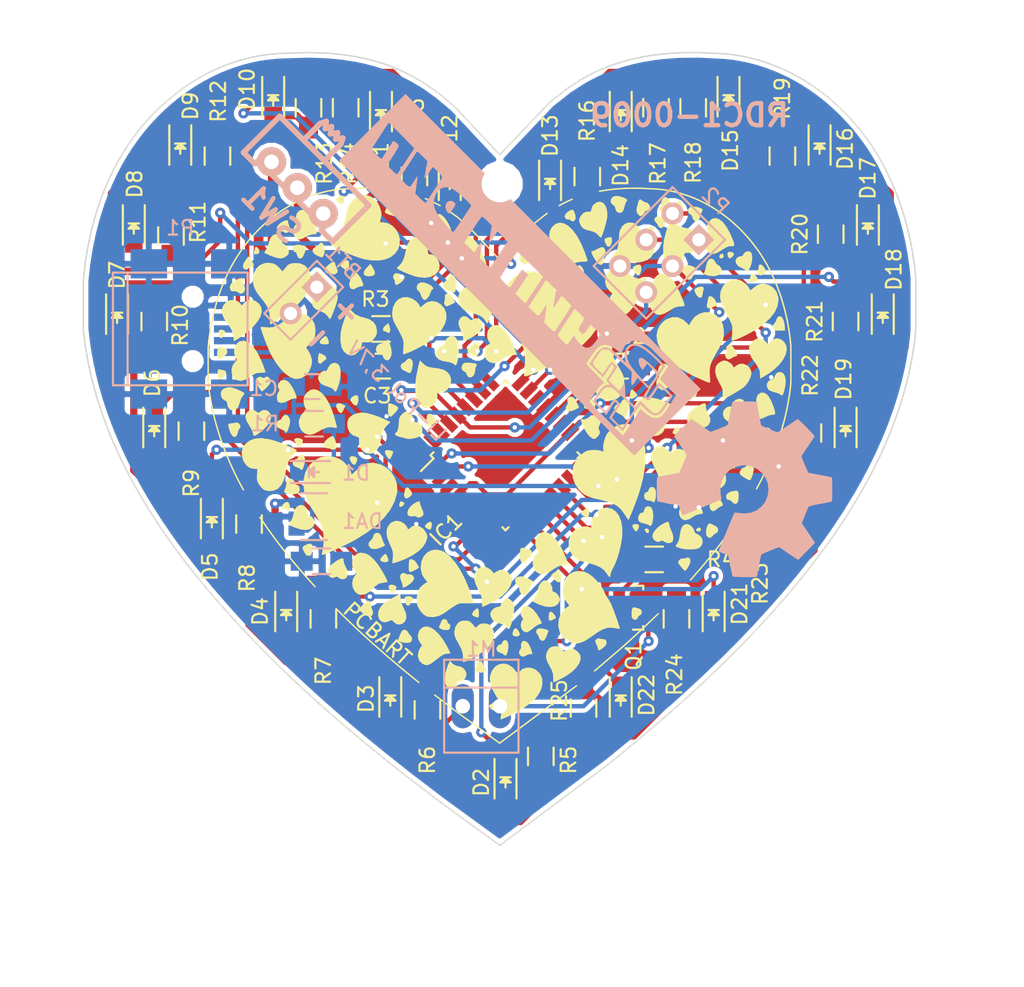
<source format=kicad_pcb>
(kicad_pcb (version 4) (host pcbnew 4.0.2-stable)
  (layers (0 F.Cu signal) (31 B.Cu signal) (34 B.Paste user) (35 F.Paste user) (36 B.SilkS user hide) (37 F.SilkS user) (38 B.Mask user) (39 F.Mask user) (44 Edge.Cuts user))
  (net 0 "")
  (net 1 GND)
  (net 2 "Net-(C1-Pad2)")
  (net 3 "Net-(C2-Pad1)")
  (net 4 RES)
  (net 5 "Net-(D1-Pad1)")
  (net 6 +3V3)
  (net 7 "Net-(DA1-Pad5)")
  (net 8 "Net-(M1-Pad1)")
  (net 9 "Net-(P1-Pad2)")
  (net 10 "Net-(P1-Pad3)")
  (net 11 "Net-(P1-Pad4)")
  (net 12 "Net-(D6-Pad1)")
  (net 13 "Net-(D7-Pad1)")
  (net 14 "Net-(D5-Pad1)")
  (net 15 "Net-(D2-Pad2)")
  (net 16 "Net-(IC1-Pad11)")
  (net 17 "Net-(D1-Pad2)")
  (net 18 "Net-(D3-Pad2)")
  (net 19 "Net-(D4-Pad2)")
  (net 20 "Net-(D5-Pad2)")
  (net 21 "Net-(D6-Pad2)")
  (net 22 "Net-(D7-Pad2)")
  (net 23 "Net-(D8-Pad2)")
  (net 24 "Net-(D9-Pad2)")
  (net 25 "Net-(D10-Pad2)")
  (net 26 "Net-(D11-Pad2)")
  (net 27 "Net-(D12-Pad2)")
  (net 28 "Net-(D13-Pad2)")
  (net 29 "Net-(D14-Pad2)")
  (net 30 "Net-(D15-Pad2)")
  (net 31 "Net-(D16-Pad2)")
  (net 32 "Net-(D17-Pad2)")
  (net 33 "Net-(D18-Pad2)")
  (net 34 "Net-(D19-Pad2)")
  (net 35 "Net-(D20-Pad2)")
  (net 36 "Net-(D21-Pad2)")
  (net 37 "Net-(D22-Pad2)")
  (net 38 "Net-(D2-Pad1)")
  (net 39 "Net-(D3-Pad1)")
  (net 40 "Net-(D4-Pad1)")
  (net 41 "Net-(D8-Pad1)")
  (net 42 "Net-(D9-Pad1)")
  (net 43 "Net-(D10-Pad1)")
  (net 44 "Net-(D11-Pad1)")
  (net 45 "Net-(D12-Pad1)")
  (net 46 "Net-(D13-Pad1)")
  (net 47 "Net-(D14-Pad1)")
  (net 48 "Net-(D15-Pad1)")
  (net 49 "Net-(D16-Pad1)")
  (net 50 "Net-(D17-Pad1)")
  (net 51 "Net-(D18-Pad1)")
  (net 52 "Net-(D19-Pad1)")
  (net 53 "Net-(D20-Pad1)")
  (net 54 "Net-(D21-Pad1)")
  (net 55 "Net-(D22-Pad1)")
  (net 56 "Net-(IC1-Pad19)")
  (net 57 "Net-(IC1-Pad22)")
  (net 58 "Net-(BT1-Pad1)")
  (module Housings_QFP:LQFP-32_7x7mm_Pitch0.8mm (layer F.Cu) (at 146.177 102.108 45)
    (fp_text reference IC1 (at -6.465784 0.71842 45) (layer F.SilkS))
    (fp_text value ATMEGA328P-A hide)
    (pad 1 smd rect (at -4.25 -2.8 45) (size 1.2 0.6) (layers F.Cu F.Paste F.Mask) (net 52 "Net-(D19-Pad1)"))
    (pad 2 smd rect (at -4.25 -2 45) (size 1.2 0.6) (layers F.Cu F.Paste F.Mask) (net 53 "Net-(D20-Pad1)"))
    (pad 3 smd rect (at -4.25 -1.2 45) (size 1.2 0.6) (layers F.Cu F.Paste F.Mask) (net 1 GND))
    (pad 4 smd rect (at -4.25 -0.4 45) (size 1.2 0.6) (layers F.Cu F.Paste F.Mask) (net 6 +3V3))
    (pad 5 smd rect (at -4.25 0.4 45) (size 1.2 0.6) (layers F.Cu F.Paste F.Mask) (net 1 GND))
    (pad 6 smd rect (at -4.25 1.2 45) (size 1.2 0.6) (layers F.Cu F.Paste F.Mask) (net 6 +3V3))
    (pad 7 smd rect (at -4.25 2 45) (size 1.2 0.6) (layers F.Cu F.Paste F.Mask) (net 41 "Net-(D8-Pad1)"))
    (pad 8 smd rect (at -4.25 2.8 45) (size 1.2 0.6) (layers F.Cu F.Paste F.Mask) (net 42 "Net-(D9-Pad1)"))
    (pad 9 smd rect (at -2.8 4.25 135) (size 1.2 0.6) (layers F.Cu F.Paste F.Mask) (net 54 "Net-(D21-Pad1)"))
    (pad 10 smd rect (at -2 4.25 135) (size 1.2 0.6) (layers F.Cu F.Paste F.Mask) (net 55 "Net-(D22-Pad1)"))
    (pad 11 smd rect (at -1.2 4.25 135) (size 1.2 0.6) (layers F.Cu F.Paste F.Mask) (net 16 "Net-(IC1-Pad11)"))
    (pad 12 smd rect (at -0.4 4.25 135) (size 1.2 0.6) (layers F.Cu F.Paste F.Mask) (net 38 "Net-(D2-Pad1)"))
    (pad 13 smd rect (at 0.4 4.25 135) (size 1.2 0.6) (layers F.Cu F.Paste F.Mask) (net 39 "Net-(D3-Pad1)"))
    (pad 14 smd rect (at 1.2 4.25 135) (size 1.2 0.6) (layers F.Cu F.Paste F.Mask) (net 40 "Net-(D4-Pad1)"))
    (pad 15 smd rect (at 2 4.25 135) (size 1.2 0.6) (layers F.Cu F.Paste F.Mask) (net 14 "Net-(D5-Pad1)"))
    (pad 16 smd rect (at 2.8 4.25 135) (size 1.2 0.6) (layers F.Cu F.Paste F.Mask) (net 12 "Net-(D6-Pad1)"))
    (pad 17 smd rect (at 4.25 2.8 45) (size 1.2 0.6) (layers F.Cu F.Paste F.Mask) (net 13 "Net-(D7-Pad1)"))
    (pad 18 smd rect (at 4.25 2 45) (size 1.2 0.6) (layers F.Cu F.Paste F.Mask) (net 6 +3V3))
    (pad 19 smd rect (at 4.25 1.2 45) (size 1.2 0.6) (layers F.Cu F.Paste F.Mask) (net 56 "Net-(IC1-Pad19)"))
    (pad 20 smd rect (at 4.25 0.4 45) (size 1.2 0.6) (layers F.Cu F.Paste F.Mask) (net 3 "Net-(C2-Pad1)"))
    (pad 21 smd rect (at 4.25 -0.4 45) (size 1.2 0.6) (layers F.Cu F.Paste F.Mask) (net 1 GND))
    (pad 22 smd rect (at 4.25 -1.2 45) (size 1.2 0.6) (layers F.Cu F.Paste F.Mask) (net 57 "Net-(IC1-Pad22)"))
    (pad 23 smd rect (at 4.25 -2 45) (size 1.2 0.6) (layers F.Cu F.Paste F.Mask) (net 43 "Net-(D10-Pad1)"))
    (pad 24 smd rect (at 4.25 -2.8 45) (size 1.2 0.6) (layers F.Cu F.Paste F.Mask) (net 44 "Net-(D11-Pad1)"))
    (pad 25 smd rect (at 2.8 -4.25 135) (size 1.2 0.6) (layers F.Cu F.Paste F.Mask) (net 45 "Net-(D12-Pad1)"))
    (pad 26 smd rect (at 2 -4.25 135) (size 1.2 0.6) (layers F.Cu F.Paste F.Mask) (net 46 "Net-(D13-Pad1)"))
    (pad 27 smd rect (at 1.2 -4.25 135) (size 1.2 0.6) (layers F.Cu F.Paste F.Mask) (net 47 "Net-(D14-Pad1)"))
    (pad 28 smd rect (at 0.4 -4.25 135) (size 1.2 0.6) (layers F.Cu F.Paste F.Mask) (net 48 "Net-(D15-Pad1)"))
    (pad 29 smd rect (at -0.4 -4.25 135) (size 1.2 0.6) (layers F.Cu F.Paste F.Mask) (net 4 RES))
    (pad 30 smd rect (at -1.2 -4.25 135) (size 1.2 0.6) (layers F.Cu F.Paste F.Mask) (net 49 "Net-(D16-Pad1)"))
    (pad 31 smd rect (at -2 -4.25 135) (size 1.2 0.6) (layers F.Cu F.Paste F.Mask) (net 50 "Net-(D17-Pad1)"))
    (pad 32 smd rect (at -2.8 -4.25 135) (size 1.2 0.6) (layers F.Cu F.Paste F.Mask) (net 51 "Net-(D18-Pad1)"))
  )
  (module SOT-23 (layer F.Cu) (at 154.94 112.522 270)
    (fp_text reference Q1 (at 3.302 0 270) (layer F.SilkS))
    (fp_text value BSS138 hide)
    (pad 1 smd rect (at -0.95 1.00076 270) (size 0.8001 0.8001) (layers F.Cu F.Paste F.Mask) (net 16 "Net-(IC1-Pad11)"))
    (pad 2 smd rect (at 0.95 1.00076 270) (size 0.8001 0.8001) (layers F.Cu F.Paste F.Mask) (net 1 GND))
    (pad 3 smd rect (at 0 -0.99822 270) (size 0.8001 0.8001) (layers F.Cu F.Paste F.Mask) (net 8 "Net-(M1-Pad1)"))
  )
  (module Capacitors_SMD:C_0805_HandSoldering (layer B.Cu) (at 132.969 97.409 180)
    (fp_text reference C1 (at 3.302 -0.127 180) (layer B.SilkS) (effects (justify mirror)))
    (fp_text value C)
    (pad 1 smd rect (at -1.25 0 180) (size 1.5 1.25) (layers B.Cu B.Paste B.Mask) (net 1 GND))
    (pad 2 smd rect (at 1.25 0 180) (size 1.5 1.25) (layers B.Cu B.Paste B.Mask) (net 2 "Net-(C1-Pad2)"))
  )
  (module Capacitors_SMD:C_0805_HandSoldering (layer F.Cu) (at 154.051 96.012)
    (fp_text reference C2 (at 0.762 -2.032) (layer F.SilkS))
    (fp_text value C)
    (pad 1 smd rect (at -1.25 0) (size 1.5 1.25) (layers F.Cu F.Paste F.Mask) (net 3 "Net-(C2-Pad1)"))
    (pad 2 smd rect (at 1.25 0) (size 1.5 1.25) (layers F.Cu F.Paste F.Mask) (net 1 GND))
  )
  (module Capacitors_SMD:C_0805_HandSoldering (layer F.Cu) (at 137.795 96.012 180)
    (fp_text reference C3 (at 0.381 -2.032 180) (layer F.SilkS))
    (fp_text value C hide)
    (pad 1 smd rect (at -1.25 0 180) (size 1.5 1.25) (layers F.Cu F.Paste F.Mask) (net 4 RES))
    (pad 2 smd rect (at 1.25 0 180) (size 1.5 1.25) (layers F.Cu F.Paste F.Mask) (net 1 GND))
  )
  (module NewComponents:SOT-23-5_mm (layer B.Cu) (at 133.096 106.299)
    (fp_text reference DA1 (at 3.302 0.3175) (layer B.SilkS) (effects (justify mirror)))
    (fp_text value GIC_MCP73831 hide)
    (pad 1 smd rect (at -1.2 0.95) (size 1.1 0.7) (layers B.Cu B.Paste B.Mask) (net 5 "Net-(D1-Pad1)"))
    (pad 2 smd rect (at -1.2 0) (size 1.1 0.7) (layers B.Cu B.Paste B.Mask) (net 1 GND))
    (pad 3 smd rect (at -1.2 -0.95) (size 1.1 0.7) (layers B.Cu B.Paste B.Mask) (net 6 +3V3))
    (pad 4 smd rect (at 1.2 -0.95) (size 1.1 0.7) (layers B.Cu B.Paste B.Mask) (net 2 "Net-(C1-Pad2)"))
    (pad 5 smd rect (at 1.2 0.95) (size 1.1 0.7) (layers B.Cu B.Paste B.Mask) (net 7 "Net-(DA1-Pad5)"))
  )
  (module Connect:PINHEAD1-2 (layer B.Cu) (at 144.526 119.253 180)
    (fp_text reference M1 (at 0 3.9 180) (layer B.SilkS) (effects (justify mirror)))
    (fp_text value V.MOTOR hide)
    (pad 1 thru_hole oval (at -1.27 0 180) (size 1.50622 3.01498) (drill 0.99822) (layers *.Cu *.Mask) (net 8 "Net-(M1-Pad1)"))
    (pad 2 thru_hole oval (at 1.27 0 180) (size 1.50622 3.01498) (drill 0.99822) (layers *.Cu *.Mask) (net 6 +3V3))
  )
  (module NewComponents:USB_Mini-B_mm (layer B.Cu) (at 123.952 93.472)
    (fp_text reference P1 (at 0 -6.90118) (layer B.SilkS) (effects (justify mirror)))
    (fp_text value USB_OTG hide)
    (pad 1 smd rect (at 3.45 1.6) (size 2.3 0.5) (layers B.Cu B.Paste B.Mask) (net 2 "Net-(C1-Pad2)"))
    (pad 2 smd rect (at 3.45 0.8) (size 2.3 0.5) (layers B.Cu B.Paste B.Mask) (net 9 "Net-(P1-Pad2)"))
    (pad 3 smd rect (at 3.45 0) (size 2.3 0.5) (layers B.Cu B.Paste B.Mask) (net 10 "Net-(P1-Pad3)"))
    (pad 4 smd rect (at 3.45 -0.8) (size 2.3 0.5) (layers B.Cu B.Paste B.Mask) (net 11 "Net-(P1-Pad4)"))
    (pad 5 smd rect (at 3.45 -1.6) (size 2.3 0.5) (layers B.Cu B.Paste B.Mask) (net 1 GND))
    (pad 6 smd rect (at 3.35 4.45) (size 2.5 2) (layers B.Cu B.Paste B.Mask) (net 1 GND))
    (pad 6 smd rect (at -2.15 4.45) (size 2.5 2) (layers B.Cu B.Paste B.Mask) (net 1 GND))
    (pad 6 smd rect (at 3.35 -4.45) (size 2.5 2) (layers B.Cu B.Paste B.Mask) (net 1 GND))
    (pad 6 smd rect (at -2.15 -4.45) (size 2.5 2) (layers B.Cu B.Paste B.Mask) (net 1 GND))
    (pad "" np_thru_hole circle (at 0.85 2.2) (size 0.9 0.9) (drill 0.9) (layers *.Cu *.Mask B.SilkS))
    (pad "" np_thru_hole circle (at 0.85 -2.2) (size 0.9 0.9) (drill 0.9) (layers *.Cu *.Mask B.SilkS))
  )
  (module NewComponents:Pin_Header_Straight_2x03_mm (layer B.Cu) (at 159.385 87.376 135)
    (fp_text reference P2 (at 1.077631 2.694077 135) (layer B.SilkS) (effects (justify mirror)))
    (fp_text value CONN_02X03 hide)
    (pad 1 thru_hole rect (at 0 0 135) (size 1.5 1.5) (drill 0.9) (layers *.Cu *.Mask B.SilkS) (net 12 "Net-(D6-Pad1)"))
    (pad 2 thru_hole circle (at 2.54 0 135) (size 1.5 1.5) (drill 0.9) (layers *.Cu *.Mask B.SilkS) (net 6 +3V3))
    (pad 3 thru_hole circle (at 0 -2.54 135) (size 1.5 1.5) (drill 0.9) (layers *.Cu *.Mask B.SilkS) (net 13 "Net-(D7-Pad1)"))
    (pad 4 thru_hole circle (at 2.54 -2.54 135) (size 1.5 1.5) (drill 0.9) (layers *.Cu *.Mask B.SilkS) (net 14 "Net-(D5-Pad1)"))
    (pad 5 thru_hole circle (at 0 -5.08 135) (size 1.5 1.5) (drill 0.9) (layers *.Cu *.Mask B.SilkS) (net 4 RES))
    (pad 6 thru_hole circle (at 2.54 -5.08 135) (size 1.5 1.5) (drill 0.9) (layers *.Cu *.Mask B.SilkS) (net 1 GND))
  )
  (module R_0805_HandSoldering (layer B.Cu) (at 133.096 99.949)
    (fp_text reference R1 (at -3.3655 0) (layer B.SilkS) (effects (justify mirror)))
    (fp_text value R)
    (pad 1 smd rect (at -1.35 0) (size 1.5 1.3) (layers B.Cu B.Paste B.Mask) (net 2 "Net-(C1-Pad2)"))
    (pad 2 smd rect (at 1.35 0) (size 1.5 1.3) (layers B.Cu B.Paste B.Mask) (net 17 "Net-(D1-Pad2)"))
  )
  (module R_0805_HandSoldering (layer B.Cu) (at 133.604 109.347)
    (fp_text reference R2 hide)
    (fp_text value R hide)
    (pad 1 smd rect (at -1.35 0) (size 1.5 1.3) (layers B.Cu B.Paste B.Mask) (net 1 GND))
    (pad 2 smd rect (at 1.35 0) (size 1.5 1.3) (layers B.Cu B.Paste B.Mask) (net 7 "Net-(DA1-Pad5)"))
  )
  (module R_0805_HandSoldering (layer F.Cu) (at 137.668 93.472 180)
    (fp_text reference R3 (at 0.381 2.032 180) (layer F.SilkS))
    (fp_text value R hide)
    (pad 1 smd rect (at -1.35 0 180) (size 1.5 1.3) (layers F.Cu F.Paste F.Mask) (net 4 RES))
    (pad 2 smd rect (at 1.35 0 180) (size 1.5 1.3) (layers F.Cu F.Paste F.Mask) (net 6 +3V3))
  )
  (module R_0805_HandSoldering (layer F.Cu) (at 156.337 109.22 180)
    (fp_text reference R4 (at -4.572 0 180) (layer F.SilkS))
    (fp_text value R hide)
    (pad 1 smd rect (at -1.35 0 180) (size 1.5 1.3) (layers F.Cu F.Paste F.Mask) (net 1 GND))
    (pad 2 smd rect (at 1.35 0 180) (size 1.5 1.3) (layers F.Cu F.Paste F.Mask) (net 16 "Net-(IC1-Pad11)"))
  )
  (module R_0805_HandSoldering (layer F.Cu) (at 140.843 119.507 90)
    (fp_text reference R6 (at -3.429 0 90) (layer F.SilkS))
    (fp_text value R)
    (pad 1 smd rect (at -1.35 0 90) (size 1.5 1.3) (layers F.Cu F.Paste F.Mask) (net 6 +3V3))
    (pad 2 smd rect (at 1.35 0 90) (size 1.5 1.3) (layers F.Cu F.Paste F.Mask) (net 18 "Net-(D3-Pad2)"))
  )
  (module R_0805_HandSoldering (layer F.Cu) (at 133.731 113.284 90)
    (fp_text reference R7 (at -3.556 0 90) (layer F.SilkS))
    (fp_text value R hide)
    (pad 1 smd rect (at -1.35 0 90) (size 1.5 1.3) (layers F.Cu F.Paste F.Mask) (net 6 +3V3))
    (pad 2 smd rect (at 1.35 0 90) (size 1.5 1.3) (layers F.Cu F.Paste F.Mask) (net 19 "Net-(D4-Pad2)"))
  )
  (module R_0805_HandSoldering (layer F.Cu) (at 128.651 106.807 90)
    (fp_text reference R8 (at -3.683 -0.127 90) (layer F.SilkS))
    (fp_text value R hide)
    (pad 1 smd rect (at -1.35 0 90) (size 1.5 1.3) (layers F.Cu F.Paste F.Mask) (net 6 +3V3))
    (pad 2 smd rect (at 1.35 0 90) (size 1.5 1.3) (layers F.Cu F.Paste F.Mask) (net 20 "Net-(D5-Pad2)"))
  )
  (module R_0805_HandSoldering (layer F.Cu) (at 124.714 100.457 90)
    (fp_text reference R9 (at -3.556 0 90) (layer F.SilkS))
    (fp_text value R hide)
    (pad 1 smd rect (at -1.35 0 90) (size 1.5 1.3) (layers F.Cu F.Paste F.Mask) (net 6 +3V3))
    (pad 2 smd rect (at 1.35 0 90) (size 1.5 1.3) (layers F.Cu F.Paste F.Mask) (net 21 "Net-(D6-Pad2)"))
  )
  (module R_0805_HandSoldering (layer F.Cu) (at 122.174 92.964 90)
    (fp_text reference R10 (at -0.254 1.778 90) (layer F.SilkS))
    (fp_text value R hide)
    (pad 1 smd rect (at -1.35 0 90) (size 1.5 1.3) (layers F.Cu F.Paste F.Mask) (net 6 +3V3))
    (pad 2 smd rect (at 1.35 0 90) (size 1.5 1.3) (layers F.Cu F.Paste F.Mask) (net 22 "Net-(D7-Pad2)"))
  )
  (module R_0805_HandSoldering (layer F.Cu) (at 123.317 87.122 90)
    (fp_text reference R11 (at 0.9525 1.8415 90) (layer F.SilkS))
    (fp_text value R hide)
    (pad 1 smd rect (at -1.35 0 90) (size 1.5 1.3) (layers F.Cu F.Paste F.Mask) (net 6 +3V3))
    (pad 2 smd rect (at 1.35 0 90) (size 1.5 1.3) (layers F.Cu F.Paste F.Mask) (net 23 "Net-(D8-Pad2)"))
  )
  (module R_0805_HandSoldering (layer F.Cu) (at 126.492 81.661 90)
    (fp_text reference R12 (at 3.7465 0.0635 90) (layer F.SilkS))
    (fp_text value R hide)
    (pad 1 smd rect (at -1.35 0 90) (size 1.5 1.3) (layers F.Cu F.Paste F.Mask) (net 6 +3V3))
    (pad 2 smd rect (at 1.35 0 90) (size 1.5 1.3) (layers F.Cu F.Paste F.Mask) (net 24 "Net-(D9-Pad2)"))
  )
  (module R_0805_HandSoldering (layer F.Cu) (at 132.715 78.359 270)
    (fp_text reference R13 (at 3.81 -1.0795 270) (layer F.SilkS))
    (fp_text value R hide)
    (pad 1 smd rect (at -1.35 0 270) (size 1.5 1.3) (layers F.Cu F.Paste F.Mask) (net 6 +3V3))
    (pad 2 smd rect (at 1.35 0 270) (size 1.5 1.3) (layers F.Cu F.Paste F.Mask) (net 25 "Net-(D10-Pad2)"))
  )
  (module R_0805_HandSoldering (layer F.Cu) (at 135.255 78.359 270)
    (fp_text reference R14 (at 3.81 -0.1905 270) (layer F.SilkS))
    (fp_text value R hide)
    (pad 1 smd rect (at -1.35 0 270) (size 1.5 1.3) (layers F.Cu F.Paste F.Mask) (net 6 +3V3))
    (pad 2 smd rect (at 1.35 0 270) (size 1.5 1.3) (layers F.Cu F.Paste F.Mask) (net 26 "Net-(D11-Pad2)"))
  )
  (module R_0805_HandSoldering (layer F.Cu) (at 139.954 83.058 270)
    (fp_text reference R15 (at -3.937 -0.127 270) (layer F.SilkS))
    (fp_text value R)
    (pad 1 smd rect (at -1.35 0 270) (size 1.5 1.3) (layers F.Cu F.Paste F.Mask) (net 6 +3V3))
    (pad 2 smd rect (at 1.35 0 270) (size 1.5 1.3) (layers F.Cu F.Paste F.Mask) (net 27 "Net-(D12-Pad2)"))
  )
  (module R_0805_HandSoldering (layer F.Cu) (at 151.765 83.058 270)
    (fp_text reference R16 (at -3.81 0 270) (layer F.SilkS))
    (fp_text value R hide)
    (pad 1 smd rect (at -1.35 0 270) (size 1.5 1.3) (layers F.Cu F.Paste F.Mask) (net 6 +3V3))
    (pad 2 smd rect (at 1.35 0 270) (size 1.5 1.3) (layers F.Cu F.Paste F.Mask) (net 28 "Net-(D13-Pad2)"))
  )
  (module R_0805_HandSoldering (layer F.Cu) (at 156.464 78.359 270)
    (fp_text reference R17 (at 3.81 -0.127 270) (layer F.SilkS))
    (fp_text value R hide)
    (pad 1 smd rect (at -1.35 0 270) (size 1.5 1.3) (layers F.Cu F.Paste F.Mask) (net 6 +3V3))
    (pad 2 smd rect (at 1.35 0 270) (size 1.5 1.3) (layers F.Cu F.Paste F.Mask) (net 29 "Net-(D14-Pad2)"))
  )
  (module R_0805_HandSoldering (layer F.Cu) (at 159.004 78.359 270)
    (fp_text reference R18 (at 3.7465 0 270) (layer F.SilkS))
    (fp_text value R hide)
    (pad 1 smd rect (at -1.35 0 270) (size 1.5 1.3) (layers F.Cu F.Paste F.Mask) (net 6 +3V3))
    (pad 2 smd rect (at 1.35 0 270) (size 1.5 1.3) (layers F.Cu F.Paste F.Mask) (net 30 "Net-(D15-Pad2)"))
  )
  (module R_0805_HandSoldering (layer F.Cu) (at 165.1 81.661 90)
    (fp_text reference R19 (at 3.937 0 90) (layer F.SilkS))
    (fp_text value R hide)
    (pad 1 smd rect (at -1.35 0 90) (size 1.5 1.3) (layers F.Cu F.Paste F.Mask) (net 6 +3V3))
    (pad 2 smd rect (at 1.35 0 90) (size 1.5 1.3) (layers F.Cu F.Paste F.Mask) (net 31 "Net-(D16-Pad2)"))
  )
  (module R_0805_HandSoldering (layer F.Cu) (at 168.402 86.995 90)
    (fp_text reference R20 (at 0 -2.1 90) (layer F.SilkS))
    (fp_text value R hide)
    (pad 1 smd rect (at -1.35 0 90) (size 1.5 1.3) (layers F.Cu F.Paste F.Mask) (net 6 +3V3))
    (pad 2 smd rect (at 1.35 0 90) (size 1.5 1.3) (layers F.Cu F.Paste F.Mask) (net 32 "Net-(D17-Pad2)"))
  )
  (module R_0805_HandSoldering (layer F.Cu) (at 169.418 92.964 90)
    (fp_text reference R21 (at 0 -2.1 90) (layer F.SilkS))
    (fp_text value R hide)
    (pad 1 smd rect (at -1.35 0 90) (size 1.5 1.3) (layers F.Cu F.Paste F.Mask) (net 6 +3V3))
    (pad 2 smd rect (at 1.35 0 90) (size 1.5 1.3) (layers F.Cu F.Paste F.Mask) (net 33 "Net-(D18-Pad2)"))
  )
  (module R_0805_HandSoldering (layer F.Cu) (at 166.878 100.584 90)
    (fp_text reference R22 (at 3.937 0.127 90) (layer F.SilkS))
    (fp_text value R hide)
    (pad 1 smd rect (at -1.35 0 90) (size 1.5 1.3) (layers F.Cu F.Paste F.Mask) (net 6 +3V3))
    (pad 2 smd rect (at 1.35 0 90) (size 1.5 1.3) (layers F.Cu F.Paste F.Mask) (net 34 "Net-(D19-Pad2)"))
  )
  (module R_0805_HandSoldering (layer F.Cu) (at 162.941 106.934 90)
    (fp_text reference R23 (at -3.937 0.635 90) (layer F.SilkS))
    (fp_text value R hide)
    (pad 1 smd rect (at -1.35 0 90) (size 1.5 1.3) (layers F.Cu F.Paste F.Mask) (net 6 +3V3))
    (pad 2 smd rect (at 1.35 0 90) (size 1.5 1.3) (layers F.Cu F.Paste F.Mask) (net 35 "Net-(D20-Pad2)"))
  )
  (module R_0805_HandSoldering (layer F.Cu) (at 157.861 113.284 90)
    (fp_text reference R24 (at -3.81 -0.127 90) (layer F.SilkS))
    (fp_text value R hide)
    (pad 1 smd rect (at -1.35 0 90) (size 1.5 1.3) (layers F.Cu F.Paste F.Mask) (net 6 +3V3))
    (pad 2 smd rect (at 1.35 0 90) (size 1.5 1.3) (layers F.Cu F.Paste F.Mask) (net 36 "Net-(D21-Pad2)"))
  )
  (module R_0805_HandSoldering (layer F.Cu) (at 151.511 119.38 90)
    (fp_text reference R25 (at 0.508 -1.651 90) (layer F.SilkS))
    (fp_text value R hide)
    (pad 1 smd rect (at -1.35 0 90) (size 1.5 1.3) (layers F.Cu F.Paste F.Mask) (net 6 +3V3))
    (pad 2 smd rect (at 1.35 0 90) (size 1.5 1.3) (layers F.Cu F.Paste F.Mask) (net 37 "Net-(D22-Pad2)"))
  )
  (module LEDs:LED_0805 (layer B.Cu) (at 133.096 103.251)
    (fp_text reference D1 (at 2.8575 0.0635) (layer B.SilkS) (effects (justify mirror)))
    (fp_text value LED hide)
    (pad 2 smd rect (at 1.04902 0 180) (size 1.19888 1.19888) (layers B.Cu B.Paste B.Mask) (net 17 "Net-(D1-Pad2)"))
    (pad 1 smd rect (at -1.04902 0 180) (size 1.19888 1.19888) (layers B.Cu B.Paste B.Mask) (net 5 "Net-(D1-Pad1)"))
  )
  (module LEDs:LED_0805 (layer F.Cu) (at 146.177 124.46 270)
    (fp_text reference D2 (at 0 1.651 270) (layer F.SilkS))
    (fp_text value LED hide)
    (pad 2 smd rect (at 1.04902 0 90) (size 1.19888 1.19888) (layers F.Cu F.Paste F.Mask) (net 15 "Net-(D2-Pad2)"))
    (pad 1 smd rect (at -1.04902 0 90) (size 1.19888 1.19888) (layers F.Cu F.Paste F.Mask) (net 38 "Net-(D2-Pad1)"))
  )
  (module LEDs:LED_0805 (layer F.Cu) (at 138.303 118.872 270)
    (fp_text reference D3 (at -0.127 1.651 270) (layer F.SilkS))
    (fp_text value LED hide)
    (pad 2 smd rect (at 1.04902 0 90) (size 1.19888 1.19888) (layers F.Cu F.Paste F.Mask) (net 18 "Net-(D3-Pad2)"))
    (pad 1 smd rect (at -1.04902 0 90) (size 1.19888 1.19888) (layers F.Cu F.Paste F.Mask) (net 39 "Net-(D3-Pad1)"))
  )
  (module LEDs:LED_0805 (layer F.Cu) (at 131.191 113.03 270)
    (fp_text reference D4 (at -0.254 1.778 270) (layer F.SilkS))
    (fp_text value LED hide)
    (pad 2 smd rect (at 1.04902 0 90) (size 1.19888 1.19888) (layers F.Cu F.Paste F.Mask) (net 19 "Net-(D4-Pad2)"))
    (pad 1 smd rect (at -1.04902 0 90) (size 1.19888 1.19888) (layers F.Cu F.Paste F.Mask) (net 40 "Net-(D4-Pad1)"))
  )
  (module LEDs:LED_0805 (layer F.Cu) (at 126.111 106.68 270)
    (fp_text reference D5 (at 3.048 0.127 270) (layer F.SilkS))
    (fp_text value LED hide)
    (pad 2 smd rect (at 1.04902 0 90) (size 1.19888 1.19888) (layers F.Cu F.Paste F.Mask) (net 20 "Net-(D5-Pad2)"))
    (pad 1 smd rect (at -1.04902 0 90) (size 1.19888 1.19888) (layers F.Cu F.Paste F.Mask) (net 14 "Net-(D5-Pad1)"))
  )
  (module LEDs:LED_0805 (layer F.Cu) (at 122.174 100.457 270)
    (fp_text reference D6 (at -3.302 0.127 270) (layer F.SilkS))
    (fp_text value LED hide)
    (pad 2 smd rect (at 1.04902 0 90) (size 1.19888 1.19888) (layers F.Cu F.Paste F.Mask) (net 21 "Net-(D6-Pad2)"))
    (pad 1 smd rect (at -1.04902 0 90) (size 1.19888 1.19888) (layers F.Cu F.Paste F.Mask) (net 12 "Net-(D6-Pad1)"))
  )
  (module LEDs:LED_0805 (layer F.Cu) (at 119.634 92.71 270)
    (fp_text reference D7 (at -2.921 0 270) (layer F.SilkS))
    (fp_text value LED hide)
    (pad 2 smd rect (at 1.04902 0 90) (size 1.19888 1.19888) (layers F.Cu F.Paste F.Mask) (net 22 "Net-(D7-Pad2)"))
    (pad 1 smd rect (at -1.04902 0 90) (size 1.19888 1.19888) (layers F.Cu F.Paste F.Mask) (net 13 "Net-(D7-Pad1)"))
  )
  (module LEDs:LED_0805 (layer F.Cu) (at 120.777 86.614 270)
    (fp_text reference D8 (at -3.048 -0.0635 270) (layer F.SilkS))
    (fp_text value LED hide)
    (pad 2 smd rect (at 1.04902 0 90) (size 1.19888 1.19888) (layers F.Cu F.Paste F.Mask) (net 23 "Net-(D8-Pad2)"))
    (pad 1 smd rect (at -1.04902 0 90) (size 1.19888 1.19888) (layers F.Cu F.Paste F.Mask) (net 41 "Net-(D8-Pad1)"))
  )
  (module LEDs:LED_0805 (layer F.Cu) (at 123.952 81.153 270)
    (fp_text reference D9 (at -2.921 -0.6985 270) (layer F.SilkS))
    (fp_text value LED hide)
    (pad 2 smd rect (at 1.04902 0 90) (size 1.19888 1.19888) (layers F.Cu F.Paste F.Mask) (net 24 "Net-(D9-Pad2)"))
    (pad 1 smd rect (at -1.04902 0 90) (size 1.19888 1.19888) (layers F.Cu F.Paste F.Mask) (net 42 "Net-(D9-Pad1)"))
  )
  (module LEDs:LED_0805 (layer F.Cu) (at 130.302 77.851 270)
    (fp_text reference D10 (at -0.762 1.778 270) (layer F.SilkS))
    (fp_text value LED hide)
    (pad 2 smd rect (at 1.04902 0 90) (size 1.19888 1.19888) (layers F.Cu F.Paste F.Mask) (net 25 "Net-(D10-Pad2)"))
    (pad 1 smd rect (at -1.04902 0 90) (size 1.19888 1.19888) (layers F.Cu F.Paste F.Mask) (net 43 "Net-(D10-Pad1)"))
  )
  (module LEDs:LED_0805 (layer F.Cu) (at 137.668 78.867 270)
    (fp_text reference D11 (at 3.302 0 270) (layer F.SilkS))
    (fp_text value LED hide)
    (pad 2 smd rect (at 1.04902 0 90) (size 1.19888 1.19888) (layers F.Cu F.Paste F.Mask) (net 26 "Net-(D11-Pad2)"))
    (pad 1 smd rect (at -1.04902 0 90) (size 1.19888 1.19888) (layers F.Cu F.Paste F.Mask) (net 44 "Net-(D11-Pad1)"))
  )
  (module LEDs:LED_0805 (layer F.Cu) (at 142.367 83.566 270)
    (fp_text reference D12 (at -3.302 0 270) (layer F.SilkS))
    (fp_text value LED hide)
    (pad 2 smd rect (at 1.04902 0 90) (size 1.19888 1.19888) (layers F.Cu F.Paste F.Mask) (net 27 "Net-(D12-Pad2)"))
    (pad 1 smd rect (at -1.04902 0 90) (size 1.19888 1.19888) (layers F.Cu F.Paste F.Mask) (net 45 "Net-(D12-Pad1)"))
  )
  (module LEDs:LED_0805 (layer F.Cu) (at 149.225 83.566 270)
    (fp_text reference D13 (at -3.302 0 270) (layer F.SilkS))
    (fp_text value LED hide)
    (pad 2 smd rect (at 1.04902 0 90) (size 1.19888 1.19888) (layers F.Cu F.Paste F.Mask) (net 28 "Net-(D13-Pad2)"))
    (pad 1 smd rect (at -1.04902 0 90) (size 1.19888 1.19888) (layers F.Cu F.Paste F.Mask) (net 46 "Net-(D13-Pad1)"))
  )
  (module LEDs:LED_0805 (layer F.Cu) (at 154.051 78.867 270)
    (fp_text reference D14 (at 3.429 0 270) (layer F.SilkS))
    (fp_text value LED hide)
    (pad 2 smd rect (at 1.04902 0 90) (size 1.19888 1.19888) (layers F.Cu F.Paste F.Mask) (net 29 "Net-(D14-Pad2)"))
    (pad 1 smd rect (at -1.04902 0 90) (size 1.19888 1.19888) (layers F.Cu F.Paste F.Mask) (net 47 "Net-(D14-Pad1)"))
  )
  (module LEDs:LED_0805 (layer F.Cu) (at 161.417 77.851 270)
    (fp_text reference D15 (at 3.429 -0.127 270) (layer F.SilkS))
    (fp_text value LED hide)
    (pad 2 smd rect (at 1.04902 0 90) (size 1.19888 1.19888) (layers F.Cu F.Paste F.Mask) (net 30 "Net-(D15-Pad2)"))
    (pad 1 smd rect (at -1.04902 0 90) (size 1.19888 1.19888) (layers F.Cu F.Paste F.Mask) (net 48 "Net-(D15-Pad1)"))
  )
  (module LEDs:LED_0805 (layer F.Cu) (at 167.64 81.153 270)
    (fp_text reference D16 (at 0 -1.75 270) (layer F.SilkS))
    (fp_text value LED hide)
    (pad 2 smd rect (at 1.04902 0 90) (size 1.19888 1.19888) (layers F.Cu F.Paste F.Mask) (net 31 "Net-(D16-Pad2)"))
    (pad 1 smd rect (at -1.04902 0 90) (size 1.19888 1.19888) (layers F.Cu F.Paste F.Mask) (net 49 "Net-(D16-Pad1)"))
  )
  (module LEDs:LED_0805 (layer F.Cu) (at 170.942 86.614 270)
    (fp_text reference D17 (at -3.429 0 270) (layer F.SilkS))
    (fp_text value LED hide)
    (pad 2 smd rect (at 1.04902 0 90) (size 1.19888 1.19888) (layers F.Cu F.Paste F.Mask) (net 32 "Net-(D17-Pad2)"))
    (pad 1 smd rect (at -1.04902 0 90) (size 1.19888 1.19888) (layers F.Cu F.Paste F.Mask) (net 50 "Net-(D17-Pad1)"))
  )
  (module LEDs:LED_0805 (layer F.Cu) (at 171.958 92.71 270)
    (fp_text reference D18 (at -3.302 -0.762 270) (layer F.SilkS))
    (fp_text value LED hide)
    (pad 2 smd rect (at 1.04902 0 90) (size 1.19888 1.19888) (layers F.Cu F.Paste F.Mask) (net 33 "Net-(D18-Pad2)"))
    (pad 1 smd rect (at -1.04902 0 90) (size 1.19888 1.19888) (layers F.Cu F.Paste F.Mask) (net 51 "Net-(D18-Pad1)"))
  )
  (module LEDs:LED_0805 (layer F.Cu) (at 169.418 100.457 270)
    (fp_text reference D19 (at -3.556 0.127 270) (layer F.SilkS))
    (fp_text value LED hide)
    (pad 2 smd rect (at 1.04902 0 90) (size 1.19888 1.19888) (layers F.Cu F.Paste F.Mask) (net 34 "Net-(D19-Pad2)"))
    (pad 1 smd rect (at -1.04902 0 90) (size 1.19888 1.19888) (layers F.Cu F.Paste F.Mask) (net 52 "Net-(D19-Pad1)"))
  )
  (module LEDs:LED_0805 (layer F.Cu) (at 165.481 106.68 270)
    (fp_text reference D20 (at -3.556 0.127 270) (layer F.SilkS))
    (fp_text value LED hide)
    (pad 2 smd rect (at 1.04902 0 90) (size 1.19888 1.19888) (layers F.Cu F.Paste F.Mask) (net 35 "Net-(D20-Pad2)"))
    (pad 1 smd rect (at -1.04902 0 90) (size 1.19888 1.19888) (layers F.Cu F.Paste F.Mask) (net 53 "Net-(D20-Pad1)"))
  )
  (module LEDs:LED_0805 (layer F.Cu) (at 160.401 113.03 270)
    (fp_text reference D21 (at -0.762 -1.778 270) (layer F.SilkS))
    (fp_text value LED hide)
    (pad 2 smd rect (at 1.04902 0 90) (size 1.19888 1.19888) (layers F.Cu F.Paste F.Mask) (net 36 "Net-(D21-Pad2)"))
    (pad 1 smd rect (at -1.04902 0 90) (size 1.19888 1.19888) (layers F.Cu F.Paste F.Mask) (net 54 "Net-(D21-Pad1)"))
  )
  (module LEDs:LED_0805 (layer F.Cu) (at 154.051 118.872 270)
    (fp_text reference D22 (at -0.381 -1.778 270) (layer F.SilkS))
    (fp_text value LED hide)
    (pad 2 smd rect (at 1.04902 0 90) (size 1.19888 1.19888) (layers F.Cu F.Paste F.Mask) (net 37 "Net-(D22-Pad2)"))
    (pad 1 smd rect (at -1.04902 0 90) (size 1.19888 1.19888) (layers F.Cu F.Paste F.Mask) (net 55 "Net-(D22-Pad1)"))
  )
  (module NewComponents:Pin_Header_Straight_1x02_mm (layer B.Cu) (at 133.2865 90.6145 135)
    (fp_text reference BT1 (at -0.044901 2.46957 135) (layer B.SilkS) (effects (justify mirror)))
    (fp_text value "Li-Pol 3,7V" (at -8.890454 -1.167433 135) (layer B.SilkS) (effects (justify mirror)))
    (pad 1 thru_hole rect (at 0 0 135) (size 1.5 1.5) (drill 0.9) (layers *.Cu *.Mask B.SilkS) (net 58 "Net-(BT1-Pad1)"))
    (pad 2 thru_hole oval (at 0 -2.54 135) (size 1.5 1.5) (drill 0.9) (layers *.Cu *.Mask B.SilkS) (net 1 GND))
  )
  (module Resistors_SMD:R_0805_HandSoldering (layer F.Cu) (at 148.59 122.682 90)
    (fp_text reference R5 (at -0.254 1.905 90) (layer F.SilkS))
    (fp_text value R hide)
    (pad 1 smd rect (at -1.35 0 90) (size 1.5 1.3) (layers F.Cu F.Paste F.Mask) (net 6 +3V3))
    (pad 2 smd rect (at 1.35 0 90) (size 1.5 1.3) (layers F.Cu F.Paste F.Mask) (net 15 "Net-(D2-Pad2)"))
  )
  (module SWITCH_RELAY:SWITCH-mmp122-r (layer B.Cu) (at 131.953 83.82 315)
    (fp_text reference SW1 (at 0 2.499359 315) (layer B.SilkS) (effects (font (thickness 0.3048)) (justify mirror)))
    (fp_text value SPST hide)
    (pad 1 thru_hole circle (at -2.49936 0 315) (size 1.99898 1.99898) (drill 0.99822) (layers *.Cu *.Mask B.SilkS) (net 58 "Net-(BT1-Pad1)"))
    (pad 2 thru_hole circle (at 0 0 315) (size 1.99898 1.99898) (drill 0.99822) (layers *.Cu *.Mask B.SilkS) (net 6 +3V3))
    (pad 3 thru_hole circle (at 2.49936 0 315) (size 1.99898 1.99898) (drill 0.99822) (layers *.Cu *.Mask B.SilkS))
  )
  (module NewComponents:Logo_silk_OSHW_12x13mm (layer B.Cu) (at 162.941 104.013 135)
    (fp_text reference G*** hide)
    (fp_text value LOGO hide)
  )
  (module NewComponents:LOGO_chipdip (layer B.Cu) (at 147.193 89.789 135)
    (fp_text reference G*** hide)
    (fp_text value LOGO hide)
  )
  (module Mounting_Holes:MountingHole_2.5mm (layer F.Cu) (at 145.796 83.566)
    (fp_text reference REF** hide)
    (fp_text value MountingHole_2.5mm hide)
    (pad 1 np_thru_hole circle (at 0 0) (size 2.5 2.5) (drill 2.5) (layers *.Cu *.Mask F.SilkS))
  )
  (module Symbols:hert1 (layer F.Cu) (at 145.923 102.235)
    (fp_text reference G*** hide)
    (fp_text value LOGO hide)
  )
  (gr_text PCBART (at 137.414 114.3 318) (layer F.SilkS) (effects (font (size 1 1))))
  (gr_line (start 142.990686 119.747578) (end 141.343069 118.489774) (layer F.SilkS) (width 0.1))
  (gr_line (start 145.78018 121.777084) (end 142.990686 119.747578) (layer F.SilkS) (width 0.1))
  (gr_line (start 142.224669 85.35674) (end 142.86718 85.812009) (layer F.SilkS) (width 0.1))
  (gr_line (start 134.760353 83.938739) (end 135.0382 83.911695) (layer F.SilkS) (width 0.1))
  (gr_line (start 134.484573 83.973362) (end 134.760353 83.938739) (layer F.SilkS) (width 0.1))
  (gr_line (start 134.210516 84.017804) (end 134.484573 83.973362) (layer F.SilkS) (width 0.1))
  (gr_line (start 133.938526 84.073786) (end 134.210516 84.017804) (layer F.SilkS) (width 0.1))
  (gr_line (start 133.670325 84.137348) (end 133.938526 84.073786) (layer F.SilkS) (width 0.1))
  (gr_line (start 133.404191 84.208834) (end 133.670325 84.137348) (layer F.SilkS) (width 0.1))
  (gr_line (start 133.13978 84.289794) (end 133.404191 84.208834) (layer F.SilkS) (width 0.1))
  (gr_line (start 132.877436 84.378505) (end 133.13978 84.289794) (layer F.SilkS) (width 0.1))
  (gr_line (start 131.619632 84.943845) (end 131.864578 84.816549) (layer F.SilkS) (width 0.1))
  (gr_line (start 131.378475 85.080788) (end 131.619632 84.943845) (layer F.SilkS) (width 0.1))
  (gr_line (start 131.141108 85.223587) (end 131.378475 85.080788) (layer F.SilkS) (width 0.1))
  (gr_line (start 130.907703 85.372071) (end 131.141108 85.223587) (layer F.SilkS) (width 0.1))
  (gr_line (start 130.678087 85.528478) (end 130.907703 85.372071) (layer F.SilkS) (width 0.1))
  (gr_line (start 130.454328 85.690398) (end 130.678087 85.528478) (layer F.SilkS) (width 0.1))
  (gr_line (start 130.232464 85.860241) (end 130.454328 85.690398) (layer F.SilkS) (width 0.1))
  (gr_line (start 130.018351 86.033874) (end 130.232464 85.860241) (layer F.SilkS) (width 0.1))
  (gr_line (start 129.806134 86.215258) (end 130.018351 86.033874) (layer F.SilkS) (width 0.1))
  (gr_line (start 129.5996 86.400432) (end 129.806134 86.215258) (layer F.SilkS) (width 0.1))
  (gr_line (start 129.399096 86.591462) (end 129.5996 86.400432) (layer F.SilkS) (width 0.1))
  (gr_line (start 129.204103 86.788177) (end 129.399096 86.591462) (layer F.SilkS) (width 0.1))
  (gr_line (start 129.013245 86.988854) (end 129.204103 86.788177) (layer F.SilkS) (width 0.1))
  (gr_line (start 128.827899 87.195215) (end 129.013245 86.988854) (layer F.SilkS) (width 0.1))
  (gr_line (start 128.648582 87.405538) (end 128.827899 87.195215) (layer F.SilkS) (width 0.1))
  (gr_line (start 128.476844 87.621718) (end 128.648582 87.405538) (layer F.SilkS) (width 0.1))
  (gr_line (start 128.309067 87.841515) (end 128.476844 87.621718) (layer F.SilkS) (width 0.1))
  (gr_line (start 128.010033 88.260266) (end 128.309067 87.841515) (layer F.SilkS) (width 0.1))
  (gr_line (start 127.734081 88.692454) (end 128.010033 88.260266) (layer F.SilkS) (width 0.1))
  (gr_line (start 127.475527 89.136182) (end 127.734081 88.692454) (layer F.SilkS) (width 0.1))
  (gr_line (start 127.240226 89.589557) (end 127.475527 89.136182) (layer F.SilkS) (width 0.1))
  (gr_line (start 127.022152 90.054472) (end 127.240226 89.589557) (layer F.SilkS) (width 0.1))
  (gr_line (start 126.823542 90.527139) (end 127.022152 90.054472) (layer F.SilkS) (width 0.1))
  (gr_line (start 126.644053 91.007558) (end 126.823542 90.527139) (layer F.SilkS) (width 0.1))
  (gr_line (start 126.410647 91.738607) (end 126.644053 91.007558) (layer F.SilkS) (width 0.1))
  (gr_line (start 126.215827 92.485332) (end 126.410647 91.738607) (layer F.SilkS) (width 0.1))
  (gr_line (start 126.05942 93.239635) (end 126.215827 92.485332) (layer F.SilkS) (width 0.1))
  (gr_line (start 125.939875 93.999796) (end 126.05942 93.239635) (layer F.SilkS) (width 0.1))
  (gr_line (start 125.856848 94.76564) (end 125.939875 93.999796) (layer F.SilkS) (width 0.1))
  (gr_line (start 125.856848 97.063347) (end 125.856848 94.76564) (layer F.SilkS) (width 0.1))
  (gr_line (start 125.90508 97.499496) (end 125.856848 97.063347) (layer F.SilkS) (width 0.1))
  (gr_line (start 125.962957 97.933578) (end 125.90508 97.499496) (layer F.SilkS) (width 0.1))
  (gr_line (start 126.034443 98.365593) (end 125.962957 97.933578) (layer F.SilkS) (width 0.1))
  (gr_line (start 126.115403 98.79399) (end 126.034443 98.365593) (layer F.SilkS) (width 0.1))
  (gr_line (start 126.208076 99.220321) (end 126.115403 98.79399) (layer F.SilkS) (width 0.1))
  (gr_line (start 126.310223 99.642862) (end 126.208076 99.220321) (layer F.SilkS) (width 0.1))
  (gr_line (start 126.424083 100.061441) (end 126.310223 99.642862) (layer F.SilkS) (width 0.1))
  (gr_line (start 126.54759 100.480192) (end 126.424083 100.061441) (layer F.SilkS) (width 0.1))
  (gr_line (start 126.680743 100.892915) (end 126.54759 100.480192) (layer F.SilkS) (width 0.1))
  (gr_line (start 126.823542 101.303915) (end 126.680743 100.892915) (layer F.SilkS) (width 0.1))
  (gr_line (start 126.973921 101.710953) (end 126.823542 101.303915) (layer F.SilkS) (width 0.1))
  (gr_line (start 127.134118 102.116096) (end 126.973921 101.710953) (layer F.SilkS) (width 0.1))
  (gr_line (start 127.303788 102.51745) (end 127.134118 102.116096) (layer F.SilkS) (width 0.1))
  (gr_line (start 127.481383 102.914841) (end 127.303788 102.51745) (layer F.SilkS) (width 0.1))
  (gr_line (start 127.666557 103.310338) (end 127.481383 102.914841) (layer F.SilkS) (width 0.1))
  (gr_line (start 127.857588 103.701357) (end 127.666557 103.310338) (layer F.SilkS) (width 0.1))
  (gr_line (start 128.058264 104.089619) (end 127.857588 103.701357) (layer F.SilkS) (width 0.1))
  (gr_line (start 128.26652 104.473058) (end 128.058264 104.089619) (layer F.SilkS) (width 0.1))
  (gr_line (start 129.887093 107.064803) (end 129.397029 106.343056) (layer F.SilkS) (width 0.1))
  (gr_line (start 130.398346 107.770703) (end 129.887093 107.064803) (layer F.SilkS) (width 0.1))
  (gr_line (start 130.925101 108.461445) (end 130.398346 107.770703) (layer F.SilkS) (width 0.1))
  (gr_line (start 131.357288 109.001636) (end 130.925101 108.461445) (layer F.SilkS) (width 0.1))
  (gr_line (start 131.798949 109.534248) (end 131.357288 109.001636) (layer F.SilkS) (width 0.1))
  (gr_line (start 132.248534 110.058936) (end 131.798949 109.534248) (layer F.SilkS) (width 0.1))
  (gr_line (start 132.703803 110.576045) (end 132.248534 110.058936) (layer F.SilkS) (width 0.1))
  (gr_line (start 133.166824 111.089019) (end 132.703803 110.576045) (layer F.SilkS) (width 0.1))
  (gr_line (start 135.084537 113.068571) (end 134.596367 112.582468) (layer F.SilkS) (width 0.1))
  (gr_line (start 135.580286 113.550885) (end 135.084537 113.068571) (layer F.SilkS) (width 0.1))
  (gr_line (start 136.079997 114.025274) (end 135.580286 113.550885) (layer F.SilkS) (width 0.1))
  (gr_line (start 136.585565 114.492429) (end 136.079997 114.025274) (layer F.SilkS) (width 0.1))
  (gr_line (start 137.096817 114.95545) (end 136.585565 114.492429) (layer F.SilkS) (width 0.1))
  (gr_line (start 138.134652 115.869778) (end 137.096817 114.95545) (layer F.SilkS) (width 0.1))
  (gr_line (start 139.18799 116.761025) (end 138.134652 115.869778) (layer F.SilkS) (width 0.1))
  (gr_line (start 140.258726 117.632978) (end 139.18799 116.761025) (layer F.SilkS) (width 0.1))
  (gr_line (start 151.02775 117.85691) (end 145.78018 121.777084) (layer F.SilkS) (width 0.1))
  (gr_line (start 154.280609 115.11358) (end 152.262472 116.846119) (layer F.SilkS) (width 0.1))
  (gr_line (start 155.461243 114.036988) (end 154.280609 115.11358) (layer F.SilkS) (width 0.1))
  (gr_line (start 156.615005 112.933524) (end 155.461243 114.036988) (layer F.SilkS) (width 0.1))
  (gr_line (start 159.520599 109.827425) (end 158.818144 110.625999) (layer F.SilkS) (width 0.1))
  (gr_line (start 160.199627 109.009215) (end 159.520599 109.827425) (layer F.SilkS) (width 0.1))
  (gr_line (start 160.53139 108.592703) (end 160.199627 109.009215) (layer F.SilkS) (width 0.1))
  (gr_line (start 160.855573 108.172057) (end 160.53139 108.592703) (layer F.SilkS) (width 0.1))
  (gr_line (start 161.175623 107.747621) (end 160.855573 108.172057) (layer F.SilkS) (width 0.1))
  (gr_line (start 161.492227 107.315606) (end 161.175623 107.747621) (layer F.SilkS) (width 0.1))
  (gr_line (start 161.800908 106.879457) (end 161.492227 107.315606) (layer F.SilkS) (width 0.1))
  (gr_line (start 163.679863 103.744765) (end 163.336387 104.393132) (layer F.SilkS) (width 0.1))
  (gr_line (start 164.000257 103.086579) (end 163.679863 103.744765) (layer F.SilkS) (width 0.1))
  (gr_line (start 164.297224 102.419092) (end 164.000257 103.086579) (layer F.SilkS) (width 0.1))
  (gr_line (start 164.575243 101.739892) (end 164.297224 102.419092) (layer F.SilkS) (width 0.1))
  (gr_line (start 164.821912 101.055007) (end 164.575243 101.739892) (layer F.SilkS) (width 0.1))
  (gr_line (start 164.937667 100.707741) (end 164.821912 101.055007) (layer F.SilkS) (width 0.1))
  (gr_line (start 165.045843 100.358581) (end 164.937667 100.707741) (layer F.SilkS) (width 0.1))
  (gr_line (start 165.146095 100.00942) (end 165.045843 100.358581) (layer F.SilkS) (width 0.1))
  (gr_line (start 165.242558 99.656298) (end 165.146095 100.00942) (layer F.SilkS) (width 0.1))
  (gr_line (start 165.327652 99.301281) (end 165.242558 99.656298) (layer F.SilkS) (width 0.1))
  (gr_line (start 165.408612 98.944369) (end 165.327652 99.301281) (layer F.SilkS) (width 0.1))
  (gr_line (start 165.477858 98.585562) (end 165.408612 98.944369) (layer F.SilkS) (width 0.1))
  (gr_line (start 165.53987 98.224861) (end 165.477858 98.585562) (layer F.SilkS) (width 0.1))
  (gr_line (start 165.597747 97.862092) (end 165.53987 98.224861) (layer F.SilkS) (width 0.1))
  (gr_line (start 165.643912 97.499496) (end 165.597747 97.862092) (layer F.SilkS) (width 0.1))
  (gr_line (start 165.678707 97.132938) (end 165.643912 97.499496) (layer F.SilkS) (width 0.1))
  (gr_line (start 165.678707 94.6113) (end 165.678707 97.132938) (layer F.SilkS) (width 0.1))
  (gr_line (start 165.61704 94.036486) (end 165.678707 94.6113) (layer F.SilkS) (width 0.1))
  (gr_line (start 165.531946 93.461499) (end 165.61704 94.036486) (layer F.SilkS) (width 0.1))
  (gr_line (start 165.427904 92.890475) (end 165.531946 93.461499) (layer F.SilkS) (width 0.1))
  (gr_line (start 165.300436 92.32324) (end 165.427904 92.890475) (layer F.SilkS) (width 0.1))
  (gr_line (start 165.149885 91.759967) (end 165.300436 92.32324) (layer F.SilkS) (width 0.1))
  (gr_line (start 164.976252 91.204273) (end 165.149885 91.759967) (layer F.SilkS) (width 0.1))
  (gr_line (start 164.779537 90.658225) (end 164.976252 91.204273) (layer F.SilkS) (width 0.1))
  (gr_line (start 164.55974 90.121996) (end 164.779537 90.658225) (layer F.SilkS) (width 0.1))
  (gr_line (start 164.312727 89.595241) (end 164.55974 90.121996) (layer F.SilkS) (width 0.1))
  (gr_line (start 164.181469 89.336687) (end 164.312727 89.595241) (layer F.SilkS) (width 0.1))
  (gr_line (start 164.046421 89.082094) (end 164.181469 89.336687) (layer F.SilkS) (width 0.1))
  (gr_line (start 163.900004 88.831291) (end 164.046421 89.082094) (layer F.SilkS) (width 0.1))
  (gr_line (start 163.749454 88.584278) (end 163.900004 88.831291) (layer F.SilkS) (width 0.1))
  (gr_line (start 163.595113 88.341226) (end 163.749454 88.584278) (layer F.SilkS) (width 0.1))
  (gr_line (start 163.42906 88.10007) (end 163.595113 88.341226) (layer F.SilkS) (width 0.1))
  (gr_line (start 163.259217 87.866664) (end 163.42906 88.10007) (layer F.SilkS) (width 0.1))
  (gr_line (start 163.081794 87.635154) (end 163.259217 87.866664) (layer F.SilkS) (width 0.1))
  (gr_line (start 162.900582 87.4095) (end 163.081794 87.635154) (layer F.SilkS) (width 0.1))
  (gr_line (start 162.711446 87.187636) (end 162.900582 87.4095) (layer F.SilkS) (width 0.1))
  (gr_line (start 162.514731 86.971456) (end 162.711446 87.187636) (layer F.SilkS) (width 0.1))
  (gr_line (start 162.186758 86.630047) (end 162.514731 86.971456) (layer F.SilkS) (width 0.1))
  (gr_line (start 161.839493 86.302074) (end 162.186758 86.630047) (layer F.SilkS) (width 0.1))
  (gr_line (start 161.480514 85.991499) (end 161.839493 86.302074) (layer F.SilkS) (width 0.1))
  (gr_line (start 161.106376 85.698149) (end 161.480514 85.991499) (layer F.SilkS) (width 0.1))
  (gr_line (start 160.716736 85.422369) (end 161.106376 85.698149) (layer F.SilkS) (width 0.1))
  (gr_line (start 160.315382 85.165709) (end 160.716736 85.422369) (layer F.SilkS) (width 0.1))
  (gr_line (start 159.902316 84.930409) (end 160.315382 85.165709) (layer F.SilkS) (width 0.1))
  (gr_line (start 159.47788 84.716124) (end 159.902316 84.930409) (layer F.SilkS) (width 0.1))
  (gr_line (start 159.042075 84.523199) (end 159.47788 84.716124) (layer F.SilkS) (width 0.1))
  (gr_line (start 158.598347 84.355423) (end 159.042075 84.523199) (layer F.SilkS) (width 0.1))
  (gr_line (start 158.146695 84.210729) (end 158.598347 84.355423) (layer F.SilkS) (width 0.1))
  (gr_line (start 157.687808 84.091184) (end 158.146695 84.210729) (layer F.SilkS) (width 0.1))
  (gr_line (start 157.220653 83.998511) (end 157.687808 84.091184) (layer F.SilkS) (width 0.1))
  (gr_line (start 156.985353 83.961821) (end 157.220653 83.998511) (layer F.SilkS) (width 0.1))
  (gr_line (start 156.746264 83.932882) (end 156.985353 83.961821) (layer F.SilkS) (width 0.1))
  (gr_line (start 156.510964 83.911695) (end 156.746264 83.932882) (layer F.SilkS) (width 0.1))
  (gr_line (start 155.28761 83.850027) (end 156.510964 83.911695) (layer F.SilkS) (width 0.1))
  (gr_line (start 154.30748 83.863463) (end 155.28761 83.850027) (layer F.SilkS) (width 0.1))
  (gr_line (start 153.570575 83.921341) (end 154.30748 83.863463) (layer F.SilkS) (width 0.1))
  (gr_line (start 153.084472 83.981113) (end 153.570575 83.921341) (layer F.SilkS) (width 0.1))
  (gr_line (start 152.602158 84.062245) (end 153.084472 83.981113) (layer F.SilkS) (width 0.1))
  (gr_line (start 150.503061 84.71044) (end 150.730782 84.613977) (layer F.SilkS) (width 0.1))
  (gr_line (start 150.283264 84.814654) (end 150.503061 84.71044) (layer F.SilkS) (width 0.1))
  (gr_line (start 150.063123 84.926448) (end 150.283264 84.814654) (layer F.SilkS) (width 0.1))
  (gr_line (start 149.847115 85.044098) (end 150.063123 84.926448) (layer F.SilkS) (width 0.1))
  (gr_line (start 148.164875 86.242302) (end 149.021326 85.567063) (layer F.SilkS) (width 0.1))
  (gr_line (start 145.78018 88.74258) (end 148.164875 86.242302) (layer F.SilkS) (width 0.1))
  (gr_line (start 143.619588 86.442806) (end 145.78018 88.74258) (layer F.SilkS) (width 0.1))
  (gr_line (start 142.86718 85.812009) (end 143.619588 86.442806) (layer F.SilkS) (width 0.1))
  (gr_line (start 141.541679 84.959348) (end 141.715312 85.051849) (layer F.SilkS) (width 0.1))
  (gr_line (start 141.12689 84.749025) (end 141.541679 84.959348) (layer F.SilkS) (width 0.1))
  (gr_line (start 140.704521 84.565746) (end 141.12689 84.749025) (layer F.SilkS) (width 0.1))
  (gr_line (start 138.943044 84.058284) (end 139.392629 84.152851) (layer F.SilkS) (width 0.1))
  (gr_line (start 138.260053 83.952175) (end 138.943044 84.058284) (layer F.SilkS) (width 0.1))
  (gr_line (start 137.571379 83.884651) (end 138.260053 83.952175) (layer F.SilkS) (width 0.1))
  (gr_line (start 136.647232 83.850027) (end 137.571379 83.884651) (layer F.SilkS) (width 0.1))
  (gr_line (start 135.265921 83.894297) (end 136.647232 83.850027) (layer F.SilkS) (width 0.1))
  (gr_line (start 135.0382 83.911695) (end 135.265921 83.894297) (layer F.SilkS) (width 0.1))
  (gr_text RDC1-0009 (at 158.75 78.867) (layer B.SilkS) (effects (font (size 1.5 1.5) (thickness 0.3)) (justify mirror)))
  (gr_text - (at 133.223 94.0435 45) (layer B.SilkS) (effects (font (size 1.5 1.5) (thickness 0.3)) (justify mirror)))
  (gr_text + (at 135.1915 92.202 45) (layer B.SilkS) (effects (font (size 1.5 1.5) (thickness 0.3)) (justify mirror)))
  (gr_line (start 130.042295 74.707171) (end 130.43917 74.668586) (layer Edge.Cuts) (width 0.1))
  (gr_line (start 129.648176 74.756781) (end 130.042295 74.707171) (layer Edge.Cuts) (width 0.1))
  (gr_line (start 129.256813 74.82017) (end 129.648176 74.756781) (layer Edge.Cuts) (width 0.1))
  (gr_line (start 128.868206 74.900097) (end 129.256813 74.82017) (layer Edge.Cuts) (width 0.1))
  (gr_line (start 128.485112 74.991047) (end 128.868206 74.900097) (layer Edge.Cuts) (width 0.1))
  (gr_line (start 128.104773 75.093022) (end 128.485112 74.991047) (layer Edge.Cuts) (width 0.1))
  (gr_line (start 127.727191 75.208777) (end 128.104773 75.093022) (layer Edge.Cuts) (width 0.1))
  (gr_line (start 127.352364 75.335557) (end 127.727191 75.208777) (layer Edge.Cuts) (width 0.1))
  (gr_line (start 126.985806 75.476117) (end 127.352364 75.335557) (layer Edge.Cuts) (width 0.1))
  (gr_line (start 126.619248 75.624945) (end 126.985806 75.476117) (layer Edge.Cuts) (width 0.1))
  (gr_line (start 126.260958 75.787553) (end 126.619248 75.624945) (layer Edge.Cuts) (width 0.1))
  (gr_line (start 125.905424 75.961186) (end 126.260958 75.787553) (layer Edge.Cuts) (width 0.1))
  (gr_line (start 125.555403 76.143087) (end 125.905424 75.961186) (layer Edge.Cuts) (width 0.1))
  (gr_line (start 125.210893 76.338768) (end 125.555403 76.143087) (layer Edge.Cuts) (width 0.1))
  (gr_line (start 124.871896 76.542718) (end 125.210893 76.338768) (layer Edge.Cuts) (width 0.1))
  (gr_line (start 124.53841 76.754936) (end 124.871896 76.542718) (layer Edge.Cuts) (width 0.1))
  (gr_line (start 124.210437 76.978178) (end 124.53841 76.754936) (layer Edge.Cuts) (width 0.1))
  (gr_line (start 123.890732 77.209689) (end 124.210437 76.978178) (layer Edge.Cuts) (width 0.1))
  (gr_line (start 123.573784 77.452223) (end 123.890732 77.209689) (layer Edge.Cuts) (width 0.1))
  (gr_line (start 123.267859 77.70027) (end 123.573784 77.452223) (layer Edge.Cuts) (width 0.1))
  (gr_line (start 122.964691 77.959341) (end 123.267859 77.70027) (layer Edge.Cuts) (width 0.1))
  (gr_line (start 122.669791 78.223925) (end 122.964691 77.959341) (layer Edge.Cuts) (width 0.1))
  (gr_line (start 122.383159 78.496776) (end 122.669791 78.223925) (layer Edge.Cuts) (width 0.1))
  (gr_line (start 122.104795 78.777896) (end 122.383159 78.496776) (layer Edge.Cuts) (width 0.1))
  (gr_line (start 121.831943 79.064528) (end 122.104795 78.777896) (layer Edge.Cuts) (width 0.1))
  (gr_line (start 121.56736 79.359428) (end 121.831943 79.064528) (layer Edge.Cuts) (width 0.1))
  (gr_line (start 121.311045 79.659841) (end 121.56736 79.359428) (layer Edge.Cuts) (width 0.1))
  (gr_line (start 121.065754 79.968521) (end 121.311045 79.659841) (layer Edge.Cuts) (width 0.1))
  (gr_line (start 120.825975 80.282714) (end 121.065754 79.968521) (layer Edge.Cuts) (width 0.1))
  (gr_line (start 120.398784 80.880782) (end 120.825975 80.282714) (layer Edge.Cuts) (width 0.1))
  (gr_line (start 120.004665 81.498143) (end 120.398784 80.880782) (layer Edge.Cuts) (width 0.1))
  (gr_line (start 119.63535 82.132041) (end 120.004665 81.498143) (layer Edge.Cuts) (width 0.1))
  (gr_line (start 119.299109 82.779719) (end 119.63535 82.132041) (layer Edge.Cuts) (width 0.1))
  (gr_line (start 118.987673 83.443933) (end 119.299109 82.779719) (layer Edge.Cuts) (width 0.1))
  (gr_line (start 118.703797 84.119172) (end 118.987673 83.443933) (layer Edge.Cuts) (width 0.1))
  (gr_line (start 118.447482 84.805435) (end 118.703797 84.119172) (layer Edge.Cuts) (width 0.1))
  (gr_line (start 118.113996 85.849988) (end 118.447482 84.805435) (layer Edge.Cuts) (width 0.1))
  (gr_line (start 117.835633 86.91659) (end 118.113996 85.849988) (layer Edge.Cuts) (width 0.1))
  (gr_line (start 117.61239 87.994216) (end 117.835633 86.91659) (layer Edge.Cuts) (width 0.1))
  (gr_line (start 117.441514 89.08011) (end 117.61239 87.994216) (layer Edge.Cuts) (width 0.1))
  (gr_line (start 117.323002 90.174272) (end 117.441514 89.08011) (layer Edge.Cuts) (width 0.1))
  (gr_line (start 117.323002 93.456759) (end 117.323002 90.174272) (layer Edge.Cuts) (width 0.1))
  (gr_line (start 117.391904 94.079632) (end 117.323002 93.456759) (layer Edge.Cuts) (width 0.1))
  (gr_line (start 117.474587 94.699749) (end 117.391904 94.079632) (layer Edge.Cuts) (width 0.1))
  (gr_line (start 117.576561 95.31711) (end 117.474587 94.699749) (layer Edge.Cuts) (width 0.1))
  (gr_line (start 117.692317 95.928959) (end 117.576561 95.31711) (layer Edge.Cuts) (width 0.1))
  (gr_line (start 117.824608 96.538052) (end 117.692317 95.928959) (layer Edge.Cuts) (width 0.1))
  (gr_line (start 117.97068 97.141633) (end 117.824608 96.538052) (layer Edge.Cuts) (width 0.1))
  (gr_line (start 118.133289 97.739702) (end 117.97068 97.141633) (layer Edge.Cuts) (width 0.1))
  (gr_line (start 118.309678 98.33777) (end 118.133289 97.739702) (layer Edge.Cuts) (width 0.1))
  (gr_line (start 118.499847 98.927571) (end 118.309678 98.33777) (layer Edge.Cuts) (width 0.1))
  (gr_line (start 118.703797 99.514615) (end 118.499847 98.927571) (layer Edge.Cuts) (width 0.1))
  (gr_line (start 118.918771 100.096147) (end 118.703797 99.514615) (layer Edge.Cuts) (width 0.1))
  (gr_line (start 119.147525 100.674923) (end 118.918771 100.096147) (layer Edge.Cuts) (width 0.1))
  (gr_line (start 119.39006 101.248187) (end 119.147525 100.674923) (layer Edge.Cuts) (width 0.1))
  (gr_line (start 119.643619 101.815939) (end 119.39006 101.248187) (layer Edge.Cuts) (width 0.1))
  (gr_line (start 119.908202 102.380934) (end 119.643619 101.815939) (layer Edge.Cuts) (width 0.1))
  (gr_line (start 120.181054 102.939729) (end 119.908202 102.380934) (layer Edge.Cuts) (width 0.1))
  (gr_line (start 120.467686 103.494389) (end 120.181054 102.939729) (layer Edge.Cuts) (width 0.1))
  (gr_line (start 120.765342 104.042159) (end 120.467686 103.494389) (layer Edge.Cuts) (width 0.1))
  (gr_line (start 121.06851 104.585795) (end 120.765342 104.042159) (layer Edge.Cuts) (width 0.1))
  (gr_line (start 121.385459 105.125986) (end 121.06851 104.585795) (layer Edge.Cuts) (width 0.1))
  (gr_line (start 121.70792 105.660665) (end 121.385459 105.125986) (layer Edge.Cuts) (width 0.1))
  (gr_line (start 122.380403 106.713486) (end 121.70792 105.660665) (layer Edge.Cuts) (width 0.1))
  (gr_line (start 123.080446 107.744259) (end 122.380403 106.713486) (layer Edge.Cuts) (width 0.1))
  (gr_line (start 123.810806 108.752983) (end 123.080446 107.744259) (layer Edge.Cuts) (width 0.1))
  (gr_line (start 124.563215 109.739658) (end 123.810806 108.752983) (layer Edge.Cuts) (width 0.1))
  (gr_line (start 125.180576 110.51136) (end 124.563215 109.739658) (layer Edge.Cuts) (width 0.1))
  (gr_line (start 125.811718 111.272037) (end 125.180576 110.51136) (layer Edge.Cuts) (width 0.1))
  (gr_line (start 126.453883 112.021689) (end 125.811718 111.272037) (layer Edge.Cuts) (width 0.1))
  (gr_line (start 127.104317 112.760318) (end 126.453883 112.021689) (layer Edge.Cuts) (width 0.1))
  (gr_line (start 127.765776 113.493434) (end 127.104317 112.760318) (layer Edge.Cuts) (width 0.1))
  (gr_line (start 128.438258 114.215526) (end 127.765776 113.493434) (layer Edge.Cuts) (width 0.1))
  (gr_line (start 129.119009 114.926594) (end 128.438258 114.215526) (layer Edge.Cuts) (width 0.1))
  (gr_line (start 129.808028 115.626637) (end 129.119009 114.926594) (layer Edge.Cuts) (width 0.1))
  (gr_line (start 130.505316 116.321169) (end 129.808028 115.626637) (layer Edge.Cuts) (width 0.1))
  (gr_line (start 131.213627 117.010188) (end 130.505316 116.321169) (layer Edge.Cuts) (width 0.1))
  (gr_line (start 131.927451 117.688183) (end 131.213627 117.010188) (layer Edge.Cuts) (width 0.1))
  (gr_line (start 132.649543 118.355153) (end 131.927451 117.688183) (layer Edge.Cuts) (width 0.1))
  (gr_line (start 133.379903 119.016611) (end 132.649543 118.355153) (layer Edge.Cuts) (width 0.1))
  (gr_line (start 134.862673 120.322992) (end 133.379903 119.016611) (layer Edge.Cuts) (width 0.1))
  (gr_line (start 136.36749 121.596299) (end 134.862673 120.322992) (layer Edge.Cuts) (width 0.1))
  (gr_line (start 137.897113 122.842045) (end 136.36749 121.596299) (layer Edge.Cuts) (width 0.1))
  (gr_line (start 139.446028 124.065743) (end 137.897113 122.842045) (layer Edge.Cuts) (width 0.1))
  (gr_line (start 141.799717 125.862705) (end 139.446028 124.065743) (layer Edge.Cuts) (width 0.1))
  (gr_line (start 145.785003 128.762097) (end 141.799717 125.862705) (layer Edge.Cuts) (width 0.1))
  (gr_line (start 153.281531 123.16175) (end 145.785003 128.762097) (layer Edge.Cuts) (width 0.1))
  (gr_line (start 155.04542 121.717566) (end 153.281531 123.16175) (layer Edge.Cuts) (width 0.1))
  (gr_line (start 157.928276 119.24261) (end 155.04542 121.717566) (layer Edge.Cuts) (width 0.1))
  (gr_line (start 159.614995 117.704719) (end 157.928276 119.24261) (layer Edge.Cuts) (width 0.1))
  (gr_line (start 161.263128 116.128243) (end 159.614995 117.704719) (layer Edge.Cuts) (width 0.1))
  (gr_line (start 162.337998 115.053374) (end 161.263128 116.128243) (layer Edge.Cuts) (width 0.1))
  (gr_line (start 163.385307 113.950943) (end 162.337998 115.053374) (layer Edge.Cuts) (width 0.1))
  (gr_line (start 164.410567 112.831976) (end 163.385307 113.950943) (layer Edge.Cuts) (width 0.1))
  (gr_line (start 165.413779 111.69096) (end 164.410567 112.831976) (layer Edge.Cuts) (width 0.1))
  (gr_line (start 166.383918 110.522384) (end 165.413779 111.69096) (layer Edge.Cuts) (width 0.1))
  (gr_line (start 166.857963 109.927071) (end 166.383918 110.522384) (layer Edge.Cuts) (width 0.1))
  (gr_line (start 167.320984 109.326247) (end 166.857963 109.927071) (layer Edge.Cuts) (width 0.1))
  (gr_line (start 167.778493 108.71991) (end 167.320984 109.326247) (layer Edge.Cuts) (width 0.1))
  (gr_line (start 168.230489 108.102549) (end 167.778493 108.71991) (layer Edge.Cuts) (width 0.1))
  (gr_line (start 168.671462 107.479676) (end 168.230489 108.102549) (layer Edge.Cuts) (width 0.1))
  (gr_line (start 169.53687 106.178808) (end 168.671462 107.479676) (layer Edge.Cuts) (width 0.1))
  (gr_line (start 170.352668 104.839354) (end 169.53687 106.178808) (layer Edge.Cuts) (width 0.1))
  (gr_line (start 170.865298 103.927782) (end 170.352668 104.839354) (layer Edge.Cuts) (width 0.1))
  (gr_line (start 171.35588 103.00174) (end 170.865298 103.927782) (layer Edge.Cuts) (width 0.1))
  (gr_line (start 171.813389 102.061229) (end 171.35588 103.00174) (layer Edge.Cuts) (width 0.1))
  (gr_line (start 172.237824 101.107627) (end 171.813389 102.061229) (layer Edge.Cuts) (width 0.1))
  (gr_line (start 172.634699 100.137488) (end 172.237824 101.107627) (layer Edge.Cuts) (width 0.1))
  (gr_line (start 172.987477 99.159081) (end 172.634699 100.137488) (layer Edge.Cuts) (width 0.1))
  (gr_line (start 173.152842 98.662987) (end 172.987477 99.159081) (layer Edge.Cuts) (width 0.1))
  (gr_line (start 173.307182 98.164137) (end 173.152842 98.662987) (layer Edge.Cuts) (width 0.1))
  (gr_line (start 173.450498 97.665288) (end 173.307182 98.164137) (layer Edge.Cuts) (width 0.1))
  (gr_line (start 173.588302 97.160926) (end 173.450498 97.665288) (layer Edge.Cuts) (width 0.1))
  (gr_line (start 173.709569 96.653808) (end 173.588302 97.160926) (layer Edge.Cuts) (width 0.1))
  (gr_line (start 173.825324 96.143933) (end 173.709569 96.653808) (layer Edge.Cuts) (width 0.1))
  (gr_line (start 173.924543 95.631303) (end 173.825324 96.143933) (layer Edge.Cuts) (width 0.1))
  (gr_line (start 174.012738 95.115917) (end 173.924543 95.631303) (layer Edge.Cuts) (width 0.1))
  (gr_line (start 174.09542 94.597775) (end 174.012738 95.115917) (layer Edge.Cuts) (width 0.1))
  (gr_line (start 174.161566 94.079632) (end 174.09542 94.597775) (layer Edge.Cuts) (width 0.1))
  (gr_line (start 174.211175 93.555978) (end 174.161566 94.079632) (layer Edge.Cuts) (width 0.1))
  (gr_line (start 174.211175 89.953786) (end 174.211175 93.555978) (layer Edge.Cuts) (width 0.1))
  (gr_line (start 174.122981 89.132475) (end 174.211175 89.953786) (layer Edge.Cuts) (width 0.1))
  (gr_line (start 174.001713 88.311164) (end 174.122981 89.132475) (layer Edge.Cuts) (width 0.1))
  (gr_line (start 173.852885 87.495366) (end 174.001713 88.311164) (layer Edge.Cuts) (width 0.1))
  (gr_line (start 173.670984 86.685079) (end 173.852885 87.495366) (layer Edge.Cuts) (width 0.1))
  (gr_line (start 173.45601 85.880305) (end 173.670984 86.685079) (layer Edge.Cuts) (width 0.1))
  (gr_line (start 173.207963 85.086555) (end 173.45601 85.880305) (layer Edge.Cuts) (width 0.1))
  (gr_line (start 172.926843 84.306585) (end 173.207963 85.086555) (layer Edge.Cuts) (width 0.1))
  (gr_line (start 172.612651 83.540396) (end 172.926843 84.306585) (layer Edge.Cuts) (width 0.1))
  (gr_line (start 172.259873 82.787987) (end 172.612651 83.540396) (layer Edge.Cuts) (width 0.1))
  (gr_line (start 172.07246 82.418673) (end 172.259873 82.787987) (layer Edge.Cuts) (width 0.1))
  (gr_line (start 171.879534 82.054871) (end 172.07246 82.418673) (layer Edge.Cuts) (width 0.1))
  (gr_line (start 171.670073 81.696581) (end 171.879534 82.054871) (layer Edge.Cuts) (width 0.1))
  (gr_line (start 171.455099 81.343803) (end 171.670073 81.696581) (layer Edge.Cuts) (width 0.1))
  (gr_line (start 171.234613 80.996538) (end 171.455099 81.343803) (layer Edge.Cuts) (width 0.1))
  (gr_line (start 170.99759 80.652028) (end 171.234613 80.996538) (layer Edge.Cuts) (width 0.1))
  (gr_line (start 170.755055 80.318543) (end 170.99759 80.652028) (layer Edge.Cuts) (width 0.1))
  (gr_line (start 170.501496 79.987814) (end 170.755055 80.318543) (layer Edge.Cuts) (width 0.1))
  (gr_line (start 170.242425 79.665353) (end 170.501496 79.987814) (layer Edge.Cuts) (width 0.1))
  (gr_line (start 169.97233 79.348404) (end 170.242425 79.665353) (layer Edge.Cuts) (width 0.1))
  (gr_line (start 169.69121 79.039723) (end 169.97233 79.348404) (layer Edge.Cuts) (width 0.1))
  (gr_line (start 169.222677 78.551898) (end 169.69121 79.039723) (layer Edge.Cuts) (width 0.1))
  (gr_line (start 168.726583 78.083365) (end 169.222677 78.551898) (layer Edge.Cuts) (width 0.1))
  (gr_line (start 168.213953 77.639637) (end 168.726583 78.083365) (layer Edge.Cuts) (width 0.1))
  (gr_line (start 167.679274 77.220713) (end 168.213953 77.639637) (layer Edge.Cuts) (width 0.1))
  (gr_line (start 167.122547 76.826594) (end 167.679274 77.220713) (layer Edge.Cuts) (width 0.1))
  (gr_line (start 166.549283 76.460036) (end 167.122547 76.826594) (layer Edge.Cuts) (width 0.1))
  (gr_line (start 165.959482 76.123795) (end 166.549283 76.460036) (layer Edge.Cuts) (width 0.1))
  (gr_line (start 165.353146 75.81787) (end 165.959482 76.123795) (layer Edge.Cuts) (width 0.1))
  (gr_line (start 164.730272 75.542262) (end 165.353146 75.81787) (layer Edge.Cuts) (width 0.1))
  (gr_line (start 164.096375 75.302484) (end 164.730272 75.542262) (layer Edge.Cuts) (width 0.1))
  (gr_line (start 163.451453 75.095778) (end 164.096375 75.302484) (layer Edge.Cuts) (width 0.1))
  (gr_line (start 162.795507 74.924901) (end 163.451453 75.095778) (layer Edge.Cuts) (width 0.1))
  (gr_line (start 162.128536 74.79261) (end 162.795507 74.924901) (layer Edge.Cuts) (width 0.1))
  (gr_line (start 161.792295 74.740244) (end 162.128536 74.79261) (layer Edge.Cuts) (width 0.1))
  (gr_line (start 161.450541 74.698903) (end 161.792295 74.740244) (layer Edge.Cuts) (width 0.1))
  (gr_line (start 161.1143 74.668586) (end 161.450541 74.698903) (layer Edge.Cuts) (width 0.1))
  (gr_line (start 159.366948 74.580392) (end 161.1143 74.668586) (layer Edge.Cuts) (width 0.1))
  (gr_line (start 157.966861 74.599684) (end 159.366948 74.580392) (layer Edge.Cuts) (width 0.1))
  (gr_line (start 156.91404 74.682367) (end 157.966861 74.599684) (layer Edge.Cuts) (width 0.1))
  (gr_line (start 156.219508 74.767805) (end 156.91404 74.682367) (layer Edge.Cuts) (width 0.1))
  (gr_line (start 155.530489 74.88356) (end 156.219508 74.767805) (layer Edge.Cuts) (width 0.1))
  (gr_line (start 154.846982 75.029632) (end 155.530489 74.88356) (layer Edge.Cuts) (width 0.1))
  (gr_line (start 154.168988 75.208777) (end 154.846982 75.029632) (layer Edge.Cuts) (width 0.1))
  (gr_line (start 153.507529 75.423751) (end 154.168988 75.208777) (layer Edge.Cuts) (width 0.1))
  (gr_line (start 152.857095 75.671798) (end 153.507529 75.423751) (layer Edge.Cuts) (width 0.1))
  (gr_line (start 152.531878 75.809602) (end 152.857095 75.671798) (layer Edge.Cuts) (width 0.1))
  (gr_line (start 152.217686 75.95843) (end 152.531878 75.809602) (layer Edge.Cuts) (width 0.1))
  (gr_line (start 151.903493 76.118282) (end 152.217686 75.95843) (layer Edge.Cuts) (width 0.1))
  (gr_line (start 151.594812 76.286403) (end 151.903493 76.118282) (layer Edge.Cuts) (width 0.1))
  (gr_line (start 151.291644 76.465548) (end 151.594812 76.286403) (layer Edge.Cuts) (width 0.1))
  (gr_line (start 150.415212 77.0333) (end 151.291644 76.465548) (layer Edge.Cuts) (width 0.1))
  (gr_line (start 149.191514 77.997926) (end 150.415212 77.0333) (layer Edge.Cuts) (width 0.1))
  (gr_line (start 145.785003 81.569801) (end 149.191514 77.997926) (layer Edge.Cuts) (width 0.1))
  (gr_line (start 142.698198 78.284558) (end 145.785003 81.569801) (layer Edge.Cuts) (width 0.1))
  (gr_line (start 141.623328 77.383321) (end 142.698198 78.284558) (layer Edge.Cuts) (width 0.1))
  (gr_line (start 140.705554 76.732887) (end 141.623328 77.383321) (layer Edge.Cuts) (width 0.1))
  (gr_line (start 139.97795 76.297427) (end 140.705554 76.732887) (layer Edge.Cuts) (width 0.1))
  (gr_line (start 139.729903 76.165136) (end 139.97795 76.297427) (layer Edge.Cuts) (width 0.1))
  (gr_line (start 139.137347 75.864723) (end 139.729903 76.165136) (layer Edge.Cuts) (width 0.1))
  (gr_line (start 138.533766 75.602896) (end 139.137347 75.864723) (layer Edge.Cuts) (width 0.1))
  (gr_line (start 137.919161 75.374142) (end 138.533766 75.602896) (layer Edge.Cuts) (width 0.1))
  (gr_line (start 137.293532 75.17846) (end 137.919161 75.374142) (layer Edge.Cuts) (width 0.1))
  (gr_line (start 136.659634 75.013096) (end 137.293532 75.17846) (layer Edge.Cuts) (width 0.1))
  (gr_line (start 136.017469 74.878048) (end 136.659634 75.013096) (layer Edge.Cuts) (width 0.1))
  (gr_line (start 135.041817 74.726464) (end 136.017469 74.878048) (layer Edge.Cuts) (width 0.1))
  (gr_line (start 134.057898 74.630001) (end 135.041817 74.726464) (layer Edge.Cuts) (width 0.1))
  (gr_line (start 132.737738 74.580392) (end 134.057898 74.630001) (layer Edge.Cuts) (width 0.1))
  (gr_line (start 130.764387 74.643782) (end 132.737738 74.580392) (layer Edge.Cuts) (width 0.1))
  (gr_line (start 130.43917 74.668586) (end 130.764387 74.643782) (layer Edge.Cuts) (width 0.1))
  (via (at 141.097 86.233) (size 0.7) (drill 0.3) (layers F.Cu B.Cu) (net 0))
  (via (at 164.338 96.774) (size 0.7) (drill 0.3) (layers F.Cu B.Cu) (net 0))
  (segment (start 164.338 96.774) (end 164.338 96.647) (width 0.3) (layer F.Cu) (net 0))
  (via (at 138.049 99.441) (size 0.7) (drill 0.3) (layers F.Cu B.Cu) (net 0))
  (via (at 140.081 106.807) (size 0.7) (drill 0.3) (layers F.Cu B.Cu) (net 0))
  (via (at 139.065 89.916) (size 0.7) (drill 0.3) (layers F.Cu B.Cu) (net 0))
  (via (at 161.036 101.092) (size 0.7) (drill 0.3) (layers F.Cu B.Cu) (net 0))
  (via (at 159.385 105.664) (size 0.7) (drill 0.3) (layers F.Cu B.Cu) (net 0))
  (via (at 157.8 105.6) (size 0.7) (drill 0.3) (layers F.Cu B.Cu) (net 0))
  (segment (start 153.93924 113.472) (end 153.99 113.472) (width 0.3) (layer F.Cu) (net 1))
  (segment (start 157.353 109.22) (end 157.687 109.22) (width 0.3) (layer F.Cu) (net 1))
  (segment (start 131.719 98.679) (end 135.255 98.679) (width 0.3) (layer B.Cu) (net 2))
  (segment (start 137.4115 105.349) (end 134.296 105.349) (width 0.3) (layer B.Cu) (net 2))
  (segment (start 137.414 105.3465) (end 137.4115 105.349) (width 0.3) (layer B.Cu) (net 2))
  (via (at 137.414 105.3465) (size 0.7) (drill 0.3) (layers F.Cu B.Cu) (net 2))
  (segment (start 137.9855 104.775) (end 137.414 105.3465) (width 0.3) (layer F.Cu) (net 2))
  (segment (start 137.9855 101.4095) (end 137.9855 104.775) (width 0.3) (layer F.Cu) (net 2))
  (segment (start 137.414 100.838) (end 137.9855 101.4095) (width 0.3) (layer F.Cu) (net 2))
  (via (at 137.414 100.838) (size 0.7) (drill 0.3) (layers F.Cu B.Cu) (net 2))
  (segment (start 135.255 98.679) (end 137.414 100.838) (width 0.3) (layer B.Cu) (net 2))
  (segment (start 131.719 97.409) (end 131.719 98.679) (width 0.3) (layer B.Cu) (net 2))
  (segment (start 131.719 98.679) (end 131.719 99.922) (width 0.3) (layer B.Cu) (net 2))
  (segment (start 131.719 99.922) (end 131.746 99.949) (width 0.3) (layer B.Cu) (net 2))
  (segment (start 127.402 95.072) (end 130.759 95.072) (width 0.3) (layer B.Cu) (net 2))
  (segment (start 131.719 96.032) (end 131.719 97.409) (width 0.3) (layer B.Cu) (net 2))
  (segment (start 130.759 95.072) (end 131.719 96.032) (width 0.3) (layer B.Cu) (net 2))
  (segment (start 149.465047 99.385639) (end 149.465047 99.347953) (width 0.3) (layer F.Cu) (net 3))
  (segment (start 149.465047 99.347953) (end 152.801 96.012) (width 0.3) (layer F.Cu) (net 3))
  (segment (start 139.045 96.012) (end 139.515314 96.012) (width 0.3) (layer F.Cu) (net 4))
  (segment (start 139.515314 96.012) (end 142.888953 99.385639) (width 0.3) (layer F.Cu) (net 4))
  (segment (start 155.792898 90.968102) (end 155.792898 92.238102) (width 0.3) (layer B.Cu) (net 4))
  (segment (start 143.764 100.203) (end 142.946639 99.385639) (width 0.3) (layer F.Cu) (net 4))
  (segment (start 146.812 100.203) (end 143.764 100.203) (width 0.3) (layer F.Cu) (net 4))
  (via (at 146.812 100.203) (size 0.7) (drill 0.3) (layers F.Cu B.Cu) (net 4))
  (segment (start 147.828 100.203) (end 146.812 100.203) (width 0.3) (layer B.Cu) (net 4))
  (segment (start 155.792898 92.238102) (end 147.828 100.203) (width 0.3) (layer B.Cu) (net 4))
  (segment (start 142.946639 99.385639) (end 142.888953 99.385639) (width 0.3) (layer F.Cu) (net 4))
  (segment (start 139.045 96.012) (end 139.045 96.049686) (width 0.3) (layer F.Cu) (net 4))
  (segment (start 139.018 93.472) (end 139.018 95.985) (width 0.5) (layer F.Cu) (net 4))
  (segment (start 139.018 95.985) (end 139.045 96.012) (width 0.5) (layer F.Cu) (net 4))
  (segment (start 132.04698 103.251) (end 132.207 103.251) (width 0.3) (layer B.Cu) (net 5))
  (segment (start 132.207 103.251) (end 132.969 104.013) (width 0.3) (layer B.Cu) (net 5))
  (segment (start 132.969 104.013) (end 132.969 106.934) (width 0.3) (layer B.Cu) (net 5))
  (segment (start 132.969 106.934) (end 132.654 107.249) (width 0.3) (layer B.Cu) (net 5))
  (segment (start 132.654 107.249) (end 131.896 107.249) (width 0.3) (layer B.Cu) (net 5))
  (segment (start 133.477 88.4555) (end 136.318 88.4555) (width 0.5) (layer F.Cu) (net 6))
  (segment (start 131.953 86.9315) (end 133.477 88.4555) (width 0.5) (layer F.Cu) (net 6))
  (segment (start 131.953 83.82) (end 131.953 86.9315) (width 0.5) (layer F.Cu) (net 6))
  (segment (start 136.318 88.4555) (end 136.318 93.472) (width 0.5) (layer F.Cu) (net 6))
  (segment (start 139.954 81.708) (end 139.653 81.708) (width 0.5) (layer F.Cu) (net 6))
  (segment (start 139.653 81.708) (end 136.318 85.043) (width 0.5) (layer F.Cu) (net 6))
  (segment (start 136.318 85.043) (end 136.318 85.598) (width 0.5) (layer F.Cu) (net 6))
  (segment (start 136.318 85.598) (end 136.318 88.4555) (width 0.5) (layer F.Cu) (net 6))
  (segment (start 157.588949 85.579949) (end 162.531051 85.579949) (width 0.3) (layer F.Cu) (net 6))
  (segment (start 162.531051 85.579949) (end 165.1 83.011) (width 0.3) (layer F.Cu) (net 6))
  (segment (start 150.596417 100.51701) (end 150.596417 100.482583) (width 0.3) (layer F.Cu) (net 6))
  (segment (start 150.596417 100.482583) (end 151.257 99.822) (width 0.3) (layer F.Cu) (net 6))
  (segment (start 164.766 99.822) (end 166.878 101.934) (width 0.3) (layer F.Cu) (net 6))
  (segment (start 151.257 99.822) (end 164.766 99.822) (width 0.3) (layer F.Cu) (net 6))
  (segment (start 131.896 105.349) (end 130.49 105.349) (width 0.5) (layer B.Cu) (net 6))
  (segment (start 129.968 108.157) (end 128.651 108.157) (width 0.5) (layer F.Cu) (net 6))
  (segment (start 130.429 107.696) (end 129.968 108.157) (width 0.5) (layer F.Cu) (net 6))
  (segment (start 130.429 105.41) (end 130.429 107.696) (width 0.5) (layer F.Cu) (net 6))
  (via (at 130.429 105.41) (size 0.7) (drill 0.3) (layers F.Cu B.Cu) (net 6))
  (segment (start 130.49 105.349) (end 130.429 105.41) (width 0.5) (layer B.Cu) (net 6))
  (segment (start 140.843 120.857) (end 141.652 120.857) (width 0.3) (layer F.Cu) (net 6))
  (segment (start 141.652 120.857) (end 143.256 119.253) (width 0.3) (layer F.Cu) (net 6))
  (segment (start 150.596417 100.51701) (end 150.56199 100.51701) (width 0.3) (layer F.Cu) (net 6))
  (segment (start 150.56199 100.51701) (end 146.304 104.775) (width 0.3) (layer F.Cu) (net 6))
  (segment (start 146.304 104.775) (end 144.907 104.775) (width 0.3) (layer F.Cu) (net 6))
  (segment (start 142.888953 104.830361) (end 142.946639 104.830361) (width 0.3) (layer F.Cu) (net 6))
  (segment (start 142.946639 104.830361) (end 143.764 104.013) (width 0.3) (layer F.Cu) (net 6))
  (segment (start 143.764 104.013) (end 144.145 104.013) (width 0.3) (layer F.Cu) (net 6))
  (segment (start 144.145 104.013) (end 144.907 104.775) (width 0.3) (layer F.Cu) (net 6))
  (segment (start 144.907 104.775) (end 144.907 105.075056) (width 0.3) (layer F.Cu) (net 6))
  (segment (start 144.907 105.075056) (end 144.020324 105.961732) (width 0.3) (layer F.Cu) (net 6))
  (segment (start 139.954 81.708) (end 139.954 82.042) (width 0.5) (layer F.Cu) (net 6))
  (segment (start 135.255 77.009) (end 135.255 76.2) (width 0.5) (layer F.Cu) (net 6))
  (segment (start 138.43 75.946) (end 139.954 77.47) (width 0.5) (layer F.Cu) (net 6))
  (segment (start 135.509 75.946) (end 138.43 75.946) (width 0.5) (layer F.Cu) (net 6))
  (segment (start 135.255 76.2) (end 135.509 75.946) (width 0.5) (layer F.Cu) (net 6))
  (segment (start 139.954 77.47) (end 139.954 81.708) (width 0.5) (layer F.Cu) (net 6))
  (segment (start 156.464 77.009) (end 156.464 76.454) (width 0.5) (layer F.Cu) (net 6))
  (segment (start 156.464 76.454) (end 155.956 75.946) (width 0.5) (layer F.Cu) (net 6))
  (segment (start 151.765 77.47) (end 151.765 81.708) (width 0.5) (layer F.Cu) (net 6))
  (segment (start 153.289 75.946) (end 151.765 77.47) (width 0.5) (layer F.Cu) (net 6))
  (segment (start 155.956 75.946) (end 153.289 75.946) (width 0.5) (layer F.Cu) (net 6))
  (segment (start 139.954 77.47) (end 139.954 81.708) (width 0.5) (layer F.Cu) (net 6))
  (segment (start 159.004 77.009) (end 159.004 76.073) (width 0.5) (layer F.Cu) (net 6))
  (segment (start 169.164 79.502) (end 169.164 83.439) (width 0.5) (layer F.Cu) (net 6))
  (segment (start 168.529 78.867) (end 169.164 79.502) (width 0.5) (layer F.Cu) (net 6))
  (segment (start 166.379428 77.22321) (end 168.529 78.867) (width 0.5) (layer F.Cu) (net 6))
  (segment (start 162.56 75.565) (end 166.379428 77.22321) (width 0.5) (layer F.Cu) (net 6))
  (segment (start 159.512 75.565) (end 162.56 75.565) (width 0.5) (layer F.Cu) (net 6))
  (segment (start 159.004 76.073) (end 159.512 75.565) (width 0.5) (layer F.Cu) (net 6))
  (segment (start 156.464 77.009) (end 159.004 77.009) (width 0.5) (layer F.Cu) (net 6))
  (segment (start 132.715 77.009) (end 132.715 75.819) (width 0.5) (layer F.Cu) (net 6))
  (segment (start 122.555 79.375) (end 122.555 83.439) (width 0.5) (layer F.Cu) (net 6))
  (segment (start 123.063 78.867) (end 122.555 79.375) (width 0.5) (layer F.Cu) (net 6))
  (segment (start 124.206 77.851) (end 123.063 78.867) (width 0.5) (layer F.Cu) (net 6))
  (segment (start 129.159 75.565) (end 124.206 77.851) (width 0.5) (layer F.Cu) (net 6))
  (segment (start 132.461 75.565) (end 129.159 75.565) (width 0.5) (layer F.Cu) (net 6))
  (segment (start 132.715 75.819) (end 132.461 75.565) (width 0.5) (layer F.Cu) (net 6))
  (segment (start 135.255 77.009) (end 132.715 77.009) (width 0.5) (layer F.Cu) (net 6))
  (segment (start 165.1 83.011) (end 166.323 83.011) (width 0.5) (layer F.Cu) (net 6))
  (segment (start 166.323 83.011) (end 166.751 83.439) (width 0.5) (layer F.Cu) (net 6))
  (segment (start 166.751 83.439) (end 169.164 83.439) (width 0.5) (layer F.Cu) (net 6))
  (segment (start 172.466 84.201) (end 172.466 89.535) (width 0.5) (layer F.Cu) (net 6))
  (segment (start 169.164 83.439) (end 171.704 83.439) (width 0.5) (layer F.Cu) (net 6))
  (segment (start 171.704 83.439) (end 172.466 84.201) (width 0.5) (layer F.Cu) (net 6))
  (segment (start 126.492 83.011) (end 125.396 83.011) (width 0.5) (layer F.Cu) (net 6))
  (segment (start 125.396 83.011) (end 124.968 83.439) (width 0.5) (layer F.Cu) (net 6))
  (segment (start 124.968 83.439) (end 122.555 83.439) (width 0.5) (layer F.Cu) (net 6))
  (segment (start 119.253 84.201) (end 119.253 89.535) (width 0.5) (layer F.Cu) (net 6))
  (segment (start 122.555 83.439) (end 120.015 83.439) (width 0.5) (layer F.Cu) (net 6))
  (segment (start 120.015 83.439) (end 119.253 84.201) (width 0.5) (layer F.Cu) (net 6))
  (segment (start 123.317 88.472) (end 123.11 88.472) (width 0.5) (layer F.Cu) (net 6))
  (segment (start 123.11 88.472) (end 121.539 89.535) (width 0.5) (layer F.Cu) (net 6))
  (segment (start 121.539 89.535) (end 119.253 89.535) (width 0.5) (layer F.Cu) (net 6))
  (segment (start 119.253 89.535) (end 119.126 89.535) (width 0.5) (layer F.Cu) (net 6))
  (segment (start 119.126 89.535) (end 118.237 90.424) (width 0.5) (layer F.Cu) (net 6))
  (segment (start 118.237 90.424) (end 118.237 95.377) (width 0.5) (layer F.Cu) (net 6))
  (segment (start 118.237 95.377) (end 118.999 96.139) (width 0.5) (layer F.Cu) (net 6))
  (segment (start 118.999 96.139) (end 120.777 96.139) (width 0.5) (layer F.Cu) (net 6))
  (segment (start 168.402 88.345) (end 168.609 88.345) (width 0.5) (layer F.Cu) (net 6))
  (segment (start 168.609 88.345) (end 169.926 89.535) (width 0.5) (layer F.Cu) (net 6))
  (segment (start 169.926 89.535) (end 172.466 89.535) (width 0.5) (layer F.Cu) (net 6))
  (segment (start 172.466 89.535) (end 172.72 89.535) (width 0.5) (layer F.Cu) (net 6))
  (segment (start 172.72 89.535) (end 173.482 90.297) (width 0.5) (layer F.Cu) (net 6))
  (segment (start 173.482 90.297) (end 173.482 94.742) (width 0.5) (layer F.Cu) (net 6))
  (segment (start 173.482 94.742) (end 172.593 95.631) (width 0.5) (layer F.Cu) (net 6))
  (segment (start 172.593 95.631) (end 170.815 95.631) (width 0.5) (layer F.Cu) (net 6))
  (segment (start 122.174 94.314) (end 122.174 94.742) (width 0.5) (layer F.Cu) (net 6))
  (segment (start 122.174 94.742) (end 120.777 96.139) (width 0.5) (layer F.Cu) (net 6))
  (segment (start 120.777 96.139) (end 120.777 103.124) (width 0.5) (layer F.Cu) (net 6))
  (segment (start 120.777 103.124) (end 122.047 104.394) (width 0.5) (layer F.Cu) (net 6))
  (segment (start 122.047 104.394) (end 124.206 104.394) (width 0.5) (layer F.Cu) (net 6))
  (segment (start 169.418 94.314) (end 169.498 94.314) (width 0.5) (layer F.Cu) (net 6))
  (segment (start 169.498 94.314) (end 170.815 95.631) (width 0.5) (layer F.Cu) (net 6))
  (segment (start 170.815 95.631) (end 170.815 102.489) (width 0.5) (layer F.Cu) (net 6))
  (segment (start 170.815 102.489) (end 169.291 104.013) (width 0.5) (layer F.Cu) (net 6))
  (segment (start 169.291 104.013) (end 167.259 104.013) (width 0.5) (layer F.Cu) (net 6))
  (segment (start 166.878 101.934) (end 166.878 103.505) (width 0.5) (layer F.Cu) (net 6))
  (segment (start 165.354 110.49) (end 162.941 110.49) (width 0.5) (layer F.Cu) (net 6))
  (segment (start 167.259 108.585) (end 165.354 110.49) (width 0.5) (layer F.Cu) (net 6))
  (segment (start 167.259 103.886) (end 167.259 104.013) (width 0.5) (layer F.Cu) (net 6))
  (segment (start 167.259 104.013) (end 167.259 108.585) (width 0.5) (layer F.Cu) (net 6))
  (segment (start 166.878 103.505) (end 167.259 103.886) (width 0.5) (layer F.Cu) (net 6))
  (segment (start 124.714 101.807) (end 124.714 103.886) (width 0.5) (layer F.Cu) (net 6))
  (segment (start 125.984 109.982) (end 128.651 109.982) (width 0.5) (layer F.Cu) (net 6))
  (segment (start 124.206 108.204) (end 125.984 109.982) (width 0.5) (layer F.Cu) (net 6))
  (segment (start 124.206 104.394) (end 124.206 108.204) (width 0.5) (layer F.Cu) (net 6))
  (segment (start 124.714 103.886) (end 124.206 104.394) (width 0.5) (layer F.Cu) (net 6))
  (segment (start 162.941 108.284) (end 162.941 110.49) (width 0.5) (layer F.Cu) (net 6))
  (segment (start 162.941 110.49) (end 162.941 113.538) (width 0.5) (layer F.Cu) (net 6))
  (segment (start 160.147 116.332) (end 157.861 116.332) (width 0.5) (layer F.Cu) (net 6))
  (segment (start 162.941 113.538) (end 160.147 116.332) (width 0.5) (layer F.Cu) (net 6))
  (segment (start 128.651 108.157) (end 128.651 109.982) (width 0.5) (layer F.Cu) (net 6))
  (segment (start 128.651 109.982) (end 128.651 113.665) (width 0.5) (layer F.Cu) (net 6))
  (segment (start 131.191 116.205) (end 133.731 116.205) (width 0.5) (layer F.Cu) (net 6))
  (segment (start 128.651 113.665) (end 131.191 116.205) (width 0.5) (layer F.Cu) (net 6))
  (segment (start 133.731 114.634) (end 133.731 116.205) (width 0.5) (layer F.Cu) (net 6))
  (segment (start 133.731 116.205) (end 133.731 117.983) (width 0.5) (layer F.Cu) (net 6))
  (segment (start 137.16 121.412) (end 140.288 121.412) (width 0.5) (layer F.Cu) (net 6))
  (segment (start 133.731 117.983) (end 137.16 121.412) (width 0.5) (layer F.Cu) (net 6))
  (segment (start 140.288 121.412) (end 140.843 120.857) (width 0.5) (layer F.Cu) (net 6))
  (segment (start 140.843 120.857) (end 140.843 121.285) (width 0.5) (layer F.Cu) (net 6))
  (segment (start 157.861 114.634) (end 157.861 116.332) (width 0.5) (layer F.Cu) (net 6))
  (segment (start 157.861 116.332) (end 157.861 118.364) (width 0.5) (layer F.Cu) (net 6))
  (segment (start 154.94 121.285) (end 152.066 121.285) (width 0.5) (layer F.Cu) (net 6))
  (segment (start 157.861 118.364) (end 154.94 121.285) (width 0.5) (layer F.Cu) (net 6))
  (segment (start 152.066 121.285) (end 151.511 120.73) (width 0.5) (layer F.Cu) (net 6))
  (segment (start 148.717 123.805) (end 148.717 125.603) (width 0.5) (layer F.Cu) (net 6))
  (segment (start 140.843 122.809) (end 140.843 120.857) (width 0.5) (layer F.Cu) (net 6))
  (segment (start 145.161 127.127) (end 140.843 122.809) (width 0.5) (layer F.Cu) (net 6))
  (segment (start 147.193 127.127) (end 145.161 127.127) (width 0.5) (layer F.Cu) (net 6))
  (segment (start 148.717 125.603) (end 147.193 127.127) (width 0.5) (layer F.Cu) (net 6))
  (segment (start 151.511 120.73) (end 151.511 122.936) (width 0.5) (layer F.Cu) (net 6))
  (segment (start 150.642 123.805) (end 148.717 123.805) (width 0.5) (layer F.Cu) (net 6))
  (segment (start 151.511 122.936) (end 150.642 123.805) (width 0.5) (layer F.Cu) (net 6))
  (segment (start 134.296 107.249) (end 134.296 108.689) (width 0.3) (layer B.Cu) (net 7))
  (segment (start 134.296 108.689) (end 134.954 109.347) (width 0.3) (layer B.Cu) (net 7))
  (segment (start 155.93822 112.522) (end 155.93822 114.79022) (width 0.3) (layer F.Cu) (net 8))
  (segment (start 151.511 119.253) (end 145.796 119.253) (width 0.3) (layer B.Cu) (net 8))
  (segment (start 155.956 114.808) (end 151.511 119.253) (width 0.3) (layer B.Cu) (net 8))
  (via (at 155.956 114.808) (size 0.7) (drill 0.3) (layers F.Cu B.Cu) (net 8))
  (segment (start 155.93822 114.79022) (end 155.956 114.808) (width 0.3) (layer F.Cu) (net 8))
  (segment (start 153.797 103.759) (end 153.797 104.521) (width 0.3) (layer B.Cu) (net 12))
  (segment (start 151.384 105.156) (end 145.796 110.744) (width 0.3) (layer B.Cu) (net 12))
  (segment (start 153.162 105.156) (end 151.384 105.156) (width 0.3) (layer B.Cu) (net 12))
  (segment (start 153.797 104.521) (end 153.162 105.156) (width 0.3) (layer B.Cu) (net 12))
  (segment (start 145.796 110.744) (end 144.907 110.744) (width 0.3) (layer B.Cu) (net 12))
  (segment (start 145.796 110.744) (end 144.907 110.744) (width 0.3) (layer B.Cu) (net 12))
  (segment (start 159.385 87.376) (end 159.512 87.376) (width 0.3) (layer F.Cu) (net 12))
  (segment (start 159.512 87.376) (end 163.957 91.821) (width 0.3) (layer F.Cu) (net 12))
  (via (at 163.957 91.821) (size 0.7) (drill 0.3) (layers F.Cu B.Cu) (net 12))
  (segment (start 163.957 91.821) (end 155.956 99.822) (width 0.3) (layer B.Cu) (net 12))
  (segment (start 155.956 99.822) (end 155.956 101.6) (width 0.3) (layer B.Cu) (net 12))
  (via (at 155.956 101.6) (size 0.7) (drill 0.3) (layers F.Cu B.Cu) (net 12))
  (segment (start 155.956 101.6) (end 153.797 103.759) (width 0.3) (layer F.Cu) (net 12))
  (segment (start 122.174 99.40798) (end 122.174 99.187) (width 0.3) (layer F.Cu) (net 12))
  (segment (start 122.174 99.187) (end 123.571 97.79) (width 0.3) (layer F.Cu) (net 12))
  (via (at 144.907 110.744) (size 0.7) (drill 0.3) (layers F.Cu B.Cu) (net 12))
  (segment (start 136.906 110.744) (end 144.907 110.744) (width 0.3) (layer F.Cu) (net 12))
  (segment (start 127.254 101.092) (end 136.906 110.744) (width 0.3) (layer F.Cu) (net 12))
  (segment (start 127.254 98.552) (end 127.254 101.092) (width 0.3) (layer F.Cu) (net 12))
  (segment (start 126.492 97.79) (end 127.254 98.552) (width 0.3) (layer F.Cu) (net 12))
  (segment (start 123.571 97.79) (end 126.492 97.79) (width 0.3) (layer F.Cu) (net 12))
  (via (at 153.797 103.759) (size 0.7) (drill 0.3) (layers F.Cu B.Cu) (net 12))
  (segment (start 153.797 103.759) (end 153.171305 103.133305) (width 0.3) (layer F.Cu) (net 12))
  (segment (start 153.171305 103.133305) (end 151.162103 103.133305) (width 0.3) (layer F.Cu) (net 12))
  (segment (start 157.588949 89.172051) (end 155.810949 89.172051) (width 0.3) (layer B.Cu) (net 13))
  (segment (start 147.5105 87.5665) (end 142.24 87.5665) (width 0.3) (layer B.Cu) (net 13))
  (segment (start 151.1935 91.2495) (end 147.5105 87.5665) (width 0.3) (layer B.Cu) (net 13))
  (segment (start 153.7335 91.2495) (end 151.1935 91.2495) (width 0.3) (layer B.Cu) (net 13))
  (segment (start 155.810949 89.172051) (end 153.7335 91.2495) (width 0.3) (layer B.Cu) (net 13))
  (segment (start 119.634 91.66098) (end 119.634 90.933502) (width 0.3) (layer F.Cu) (net 13))
  (via (at 142.24 87.5665) (size 0.7) (drill 0.3) (layers F.Cu B.Cu) (net 13))
  (segment (start 138.049 87.5665) (end 142.24 87.5665) (width 0.3) (layer F.Cu) (net 13))
  (segment (start 137.9855 87.63) (end 138.049 87.5665) (width 0.3) (layer F.Cu) (net 13))
  (via (at 137.9855 87.63) (size 0.7) (drill 0.3) (layers F.Cu B.Cu) (net 13))
  (segment (start 128.778 87.63) (end 137.9855 87.63) (width 0.3) (layer B.Cu) (net 13))
  (segment (start 126.6825 85.5345) (end 128.778 87.63) (width 0.3) (layer B.Cu) (net 13))
  (via (at 126.6825 85.5345) (size 0.7) (drill 0.3) (layers F.Cu B.Cu) (net 13))
  (segment (start 126.6825 87.4395) (end 126.6825 85.5345) (width 0.3) (layer F.Cu) (net 13))
  (segment (start 123.825 90.297) (end 126.6825 87.4395) (width 0.3) (layer F.Cu) (net 13))
  (segment (start 120.270502 90.297) (end 123.825 90.297) (width 0.3) (layer F.Cu) (net 13))
  (segment (start 119.634 90.933502) (end 120.270502 90.297) (width 0.3) (layer F.Cu) (net 13))
  (segment (start 157.588949 89.172051) (end 157.625051 89.172051) (width 0.3) (layer F.Cu) (net 13))
  (segment (start 157.625051 89.172051) (end 160.782 92.329) (width 0.3) (layer F.Cu) (net 13))
  (via (at 160.782 92.329) (size 0.7) (drill 0.3) (layers F.Cu B.Cu) (net 13))
  (segment (start 160.782 92.329) (end 154.813 98.298) (width 0.3) (layer B.Cu) (net 13))
  (segment (start 154.813 98.298) (end 154.813 101.092) (width 0.3) (layer B.Cu) (net 13))
  (via (at 154.813 101.092) (size 0.7) (drill 0.3) (layers F.Cu B.Cu) (net 13))
  (segment (start 154.813 101.092) (end 154.803695 101.082695) (width 0.3) (layer F.Cu) (net 13))
  (segment (start 154.803695 101.082695) (end 151.162103 101.082695) (width 0.3) (layer F.Cu) (net 13))
  (segment (start 126.111 105.63098) (end 126.111 102.0445) (width 0.3) (layer F.Cu) (net 14))
  (segment (start 152.527 104.2035) (end 151.79675 104.93375) (width 0.3) (layer F.Cu) (net 14))
  (via (at 152.527 104.2035) (size 0.7) (drill 0.3) (layers F.Cu B.Cu) (net 14))
  (segment (start 139.192 104.2035) (end 152.527 104.2035) (width 0.3) (layer B.Cu) (net 14))
  (segment (start 136.7155 101.727) (end 139.192 104.2035) (width 0.3) (layer B.Cu) (net 14))
  (via (at 136.7155 101.727) (size 0.7) (drill 0.3) (layers F.Cu B.Cu) (net 14))
  (segment (start 131.318 101.727) (end 136.7155 101.727) (width 0.3) (layer F.Cu) (net 14))
  (via (at 131.318 101.727) (size 0.7) (drill 0.3) (layers F.Cu B.Cu) (net 14))
  (segment (start 126.4285 101.727) (end 131.318 101.727) (width 0.3) (layer B.Cu) (net 14))
  (via (at 126.4285 101.727) (size 0.7) (drill 0.3) (layers F.Cu B.Cu) (net 14))
  (segment (start 126.111 102.0445) (end 126.4285 101.727) (width 0.3) (layer F.Cu) (net 14))
  (segment (start 150.596417 103.69899) (end 150.596417 103.733417) (width 0.3) (layer F.Cu) (net 14))
  (segment (start 150.596417 103.733417) (end 151.79675 104.93375) (width 0.3) (layer F.Cu) (net 14))
  (segment (start 151.79675 104.93375) (end 151.892 105.029) (width 0.3) (layer F.Cu) (net 14))
  (segment (start 151.892 105.029) (end 153.797 105.029) (width 0.3) (layer F.Cu) (net 14))
  (segment (start 153.797 105.029) (end 157.226 101.6) (width 0.3) (layer F.Cu) (net 14))
  (via (at 157.226 101.6) (size 0.7) (drill 0.3) (layers F.Cu B.Cu) (net 14))
  (segment (start 157.226 101.6) (end 163.957 94.869) (width 0.3) (layer B.Cu) (net 14))
  (segment (start 163.957 94.869) (end 163.957 93.726) (width 0.3) (layer B.Cu) (net 14))
  (via (at 163.957 93.726) (size 0.7) (drill 0.3) (layers F.Cu B.Cu) (net 14))
  (segment (start 163.957 93.726) (end 161.798 91.567) (width 0.3) (layer F.Cu) (net 14))
  (segment (start 161.798 91.567) (end 161.544 91.313) (width 0.3) (layer F.Cu) (net 14))
  (segment (start 161.544 91.313) (end 157.607 87.376) (width 0.3) (layer F.Cu) (net 14))
  (segment (start 157.607 87.376) (end 155.792898 87.376) (width 0.3) (layer F.Cu) (net 14))
  (segment (start 148.717 121.305) (end 147.808 121.305) (width 0.5) (layer F.Cu) (net 15))
  (segment (start 147.03298 125.50902) (end 146.177 125.50902) (width 0.5) (layer F.Cu) (net 15))
  (segment (start 147.447 125.095) (end 147.03298 125.50902) (width 0.5) (layer F.Cu) (net 15))
  (segment (start 147.447 121.666) (end 147.447 125.095) (width 0.5) (layer F.Cu) (net 15))
  (segment (start 147.808 121.305) (end 147.447 121.666) (width 0.5) (layer F.Cu) (net 15))
  (segment (start 154.987 109.22) (end 154.987 110.52424) (width 0.3) (layer F.Cu) (net 16))
  (segment (start 154.987 110.52424) (end 153.93924 111.572) (width 0.3) (layer F.Cu) (net 16))
  (segment (start 154.987 109.22) (end 151.591944 109.22) (width 0.3) (layer F.Cu) (net 16))
  (segment (start 151.591944 109.22) (end 148.333676 105.961732) (width 0.3) (layer F.Cu) (net 16))
  (segment (start 134.446 99.949) (end 134.446 102.95002) (width 0.3) (layer B.Cu) (net 17))
  (segment (start 134.446 102.95002) (end 134.14502 103.251) (width 0.3) (layer B.Cu) (net 17))
  (segment (start 140.843 118.157) (end 140.44802 118.157) (width 0.5) (layer F.Cu) (net 18))
  (segment (start 140.44802 118.157) (end 138.303 119.92102) (width 0.5) (layer F.Cu) (net 18))
  (segment (start 133.731 111.934) (end 133.33602 111.934) (width 0.5) (layer F.Cu) (net 19))
  (segment (start 133.33602 111.934) (end 131.191 114.07902) (width 0.5) (layer F.Cu) (net 19))
  (segment (start 128.651 105.457) (end 128.38302 105.457) (width 0.5) (layer F.Cu) (net 20))
  (segment (start 128.38302 105.457) (end 126.111 107.72902) (width 0.5) (layer F.Cu) (net 20))
  (segment (start 124.714 99.107) (end 124.57302 99.107) (width 0.3) (layer F.Cu) (net 21))
  (segment (start 124.57302 99.107) (end 122.174 101.50602) (width 0.3) (layer F.Cu) (net 21))
  (segment (start 122.174 91.614) (end 121.77902 91.614) (width 0.5) (layer F.Cu) (net 22))
  (segment (start 121.77902 91.614) (end 119.634 93.75902) (width 0.5) (layer F.Cu) (net 22))
  (segment (start 123.317 85.772) (end 123.17602 85.772) (width 0.5) (layer F.Cu) (net 23))
  (segment (start 123.17602 85.772) (end 120.777 87.66302) (width 0.5) (layer F.Cu) (net 23))
  (segment (start 126.492 80.311) (end 125.84302 80.311) (width 0.5) (layer F.Cu) (net 24))
  (segment (start 125.84302 80.311) (end 123.952 82.20202) (width 0.5) (layer F.Cu) (net 24))
  (segment (start 130.302 78.90002) (end 131.90602 78.90002) (width 0.5) (layer F.Cu) (net 25))
  (segment (start 131.90602 78.90002) (end 132.715 79.709) (width 0.5) (layer F.Cu) (net 25))
  (segment (start 137.668 79.91602) (end 135.46202 79.91602) (width 0.5) (layer F.Cu) (net 26))
  (segment (start 135.46202 79.91602) (end 135.255 79.709) (width 0.5) (layer F.Cu) (net 26))
  (segment (start 142.367 84.61502) (end 140.16102 84.61502) (width 0.5) (layer F.Cu) (net 27))
  (segment (start 140.16102 84.61502) (end 139.954 84.408) (width 0.5) (layer F.Cu) (net 27))
  (segment (start 149.225 84.61502) (end 151.55798 84.61502) (width 0.5) (layer F.Cu) (net 28))
  (segment (start 151.55798 84.61502) (end 151.765 84.408) (width 0.5) (layer F.Cu) (net 28))
  (segment (start 156.464 79.709) (end 154.25802 79.709) (width 0.5) (layer F.Cu) (net 29))
  (segment (start 159.004 79.709) (end 160.60802 79.709) (width 0.5) (layer F.Cu) (net 30))
  (segment (start 160.60802 79.709) (end 161.417 78.90002) (width 0.5) (layer F.Cu) (net 30))
  (segment (start 165.1 80.311) (end 165.74898 80.311) (width 0.5) (layer F.Cu) (net 31))
  (segment (start 165.74898 80.311) (end 167.64 82.20202) (width 0.5) (layer F.Cu) (net 31))
  (segment (start 168.402 85.645) (end 168.79698 85.645) (width 0.5) (layer F.Cu) (net 32))
  (segment (start 168.79698 85.645) (end 170.942 87.66302) (width 0.5) (layer F.Cu) (net 32))
  (segment (start 169.418 91.614) (end 169.81298 91.614) (width 0.5) (layer F.Cu) (net 33))
  (segment (start 169.81298 91.614) (end 171.958 93.75902) (width 0.5) (layer F.Cu) (net 33))
  (segment (start 166.878 99.234) (end 167.14598 99.234) (width 0.5) (layer F.Cu) (net 34))
  (segment (start 167.14598 99.234) (end 169.418 101.50602) (width 0.5) (layer F.Cu) (net 34))
  (segment (start 162.941 105.584) (end 163.33598 105.584) (width 0.3) (layer F.Cu) (net 35))
  (segment (start 163.33598 105.584) (end 165.481 107.72902) (width 0.3) (layer F.Cu) (net 35))
  (segment (start 157.861 111.934) (end 158.25598 111.934) (width 0.5) (layer F.Cu) (net 36))
  (segment (start 158.25598 111.934) (end 160.401 114.07902) (width 0.5) (layer F.Cu) (net 36))
  (segment (start 151.511 118.03) (end 151.65198 118.03) (width 0.5) (layer F.Cu) (net 37))
  (segment (start 151.65198 118.03) (end 154.051 119.92102) (width 0.5) (layer F.Cu) (net 37))
  (segment (start 148.899361 105.396047) (end 148.957047 105.396047) (width 0.3) (layer F.Cu) (net 38))
  (segment (start 148.957047 105.396047) (end 151.511 107.95) (width 0.3) (layer F.Cu) (net 38))
  (via (at 151.511 107.95) (size 0.7) (drill 0.3) (layers F.Cu B.Cu) (net 38))
  (segment (start 151.511 107.95) (end 144.526 114.935) (width 0.3) (layer B.Cu) (net 38))
  (segment (start 144.526 114.935) (end 144.526 121.031) (width 0.3) (layer B.Cu) (net 38))
  (via (at 144.526 121.031) (size 0.7) (drill 0.3) (layers F.Cu B.Cu) (net 38))
  (segment (start 144.526 121.031) (end 146.177 122.682) (width 0.3) (layer F.Cu) (net 38))
  (segment (start 146.177 122.682) (end 146.177 123.41098) (width 0.3) (layer F.Cu) (net 38))
  (segment (start 138.303 117.82298) (end 138.303 116.586) (width 0.3) (layer F.Cu) (net 39))
  (segment (start 151.695686 107.061) (end 149.465047 104.830361) (width 0.3) (layer F.Cu) (net 39))
  (segment (start 152.146 107.061) (end 151.695686 107.061) (width 0.3) (layer F.Cu) (net 39))
  (segment (start 152.781 107.696) (end 152.146 107.061) (width 0.3) (layer F.Cu) (net 39))
  (via (at 152.781 107.696) (size 0.7) (drill 0.3) (layers F.Cu B.Cu) (net 39))
  (segment (start 150.368 110.617) (end 152.781 107.696) (width 0.3) (layer B.Cu) (net 39))
  (segment (start 150.368 114.808) (end 150.368 110.617) (width 0.3) (layer B.Cu) (net 39))
  (via (at 150.368 114.808) (size 0.7) (drill 0.3) (layers F.Cu B.Cu) (net 39))
  (segment (start 140.081 114.808) (end 150.368 114.808) (width 0.3) (layer F.Cu) (net 39))
  (segment (start 138.303 116.586) (end 140.081 114.808) (width 0.3) (layer F.Cu) (net 39))
  (segment (start 150.030732 104.310732) (end 151.892 106.172) (width 0.3) (layer F.Cu) (net 40))
  (segment (start 132.68198 110.49) (end 131.191 111.98098) (width 0.3) (layer F.Cu) (net 40))
  (segment (start 134.493 110.49) (end 132.68198 110.49) (width 0.3) (layer F.Cu) (net 40))
  (segment (start 136.906 111.76) (end 135.763 111.76) (width 0.3) (layer F.Cu) (net 40))
  (segment (start 135.763 111.76) (end 134.493 110.49) (width 0.3) (layer F.Cu) (net 40))
  (via (at 136.906 111.76) (size 0.7) (drill 0.3) (layers F.Cu B.Cu) (net 40))
  (segment (start 145.796 111.76) (end 136.906 111.76) (width 0.3) (layer B.Cu) (net 40))
  (segment (start 151.384 106.172) (end 145.796 111.76) (width 0.3) (layer B.Cu) (net 40))
  (segment (start 152.4 106.172) (end 151.384 106.172) (width 0.3) (layer B.Cu) (net 40))
  (via (at 152.4 106.172) (size 0.7) (drill 0.3) (layers F.Cu B.Cu) (net 40))
  (segment (start 151.892 106.172) (end 152.4 106.172) (width 0.3) (layer F.Cu) (net 40))
  (segment (start 150.030732 104.264676) (end 150.030732 104.310732) (width 0.3) (layer F.Cu) (net 40))
  (segment (start 144.58601 106.527417) (end 144.551583 106.527417) (width 0.3) (layer F.Cu) (net 41))
  (segment (start 144.551583 106.527417) (end 142.748 108.331) (width 0.3) (layer F.Cu) (net 41))
  (segment (start 142.748 108.331) (end 142.621 108.331) (width 0.3) (layer F.Cu) (net 41))
  (segment (start 120.777 85.56498) (end 120.777 84.582) (width 0.3) (layer F.Cu) (net 41))
  (via (at 142.621 108.331) (size 0.7) (drill 0.3) (layers F.Cu B.Cu) (net 41))
  (segment (start 144.145 109.855) (end 142.621 108.331) (width 0.3) (layer B.Cu) (net 41))
  (via (at 144.145 109.855) (size 0.7) (drill 0.3) (layers F.Cu B.Cu) (net 41))
  (segment (start 136.906 109.855) (end 144.145 109.855) (width 0.3) (layer F.Cu) (net 41))
  (segment (start 127.889 100.838) (end 136.906 109.855) (width 0.3) (layer F.Cu) (net 41))
  (segment (start 127.889 84.709) (end 127.889 100.838) (width 0.3) (layer F.Cu) (net 41))
  (segment (start 127.508 84.328) (end 127.889 84.709) (width 0.3) (layer F.Cu) (net 41))
  (segment (start 121.031 84.328) (end 127.508 84.328) (width 0.3) (layer F.Cu) (net 41))
  (segment (start 120.777 84.582) (end 121.031 84.328) (width 0.3) (layer F.Cu) (net 41))
  (segment (start 127.381 78.994) (end 125.06198 78.994) (width 0.3) (layer F.Cu) (net 42))
  (segment (start 125.06198 78.994) (end 123.952 80.10398) (width 0.3) (layer F.Cu) (net 42))
  (segment (start 145.128897 107.093103) (end 143.002 109.22) (width 0.3) (layer F.Cu) (net 42))
  (segment (start 127.381 78.994) (end 128.524 80.137) (width 0.3) (layer F.Cu) (net 42))
  (segment (start 128.524 80.137) (end 127.381 78.994) (width 0.3) (layer F.Cu) (net 42))
  (segment (start 128.524 100.584) (end 128.524 80.137) (width 0.3) (layer F.Cu) (net 42))
  (segment (start 137.16 109.22) (end 128.524 100.584) (width 0.3) (layer F.Cu) (net 42))
  (segment (start 143.002 109.22) (end 137.16 109.22) (width 0.3) (layer F.Cu) (net 42))
  (segment (start 145.151695 107.093103) (end 145.128897 107.093103) (width 0.3) (layer F.Cu) (net 42))
  (segment (start 147.76799 97.688583) (end 147.802417 97.688583) (width 0.3) (layer F.Cu) (net 43))
  (segment (start 147.802417 97.688583) (end 149.225 96.266) (width 0.3) (layer F.Cu) (net 43))
  (via (at 149.225 96.266) (size 0.7) (drill 0.3) (layers F.Cu B.Cu) (net 43))
  (segment (start 149.225 96.266) (end 131.699 78.74) (width 0.3) (layer B.Cu) (net 43))
  (segment (start 131.699 78.74) (end 128.27 78.74) (width 0.3) (layer B.Cu) (net 43))
  (via (at 128.27 78.74) (size 0.7) (drill 0.3) (layers F.Cu B.Cu) (net 43))
  (segment (start 128.27 78.74) (end 129.159 77.851) (width 0.3) (layer F.Cu) (net 43))
  (segment (start 129.159 77.851) (end 129.25298 77.851) (width 0.3) (layer F.Cu) (net 43))
  (segment (start 129.25298 77.851) (end 130.302 76.80198) (width 0.3) (layer F.Cu) (net 43))
  (segment (start 147.202305 97.122897) (end 147.225103 97.122897) (width 0.3) (layer F.Cu) (net 44))
  (segment (start 147.225103 97.122897) (end 148.082 96.266) (width 0.3) (layer F.Cu) (net 44))
  (via (at 148.082 96.266) (size 0.7) (drill 0.3) (layers F.Cu B.Cu) (net 44))
  (segment (start 148.082 96.266) (end 135.89 84.074) (width 0.3) (layer B.Cu) (net 44))
  (segment (start 135.89 84.074) (end 135.128 84.074) (width 0.3) (layer B.Cu) (net 44))
  (via (at 135.128 84.074) (size 0.7) (drill 0.3) (layers F.Cu B.Cu) (net 44))
  (segment (start 135.128 84.074) (end 138.049 81.153) (width 0.3) (layer F.Cu) (net 44))
  (segment (start 138.049 81.153) (end 138.303 81.153) (width 0.3) (layer F.Cu) (net 44))
  (segment (start 138.303 81.153) (end 139.065 80.391) (width 0.3) (layer F.Cu) (net 44))
  (segment (start 139.065 80.391) (end 139.065 79.21498) (width 0.3) (layer F.Cu) (net 44))
  (segment (start 139.065 79.21498) (end 137.668 77.81798) (width 0.3) (layer F.Cu) (net 44))
  (segment (start 142.367 82.51698) (end 143.60398 82.51698) (width 0.3) (layer F.Cu) (net 45))
  (segment (start 143.383 95.354202) (end 145.151695 97.122897) (width 0.3) (layer F.Cu) (net 45))
  (segment (start 143.383 94.615) (end 143.383 95.354202) (width 0.3) (layer F.Cu) (net 45))
  (segment (start 144.145 93.853) (end 143.383 94.615) (width 0.3) (layer F.Cu) (net 45))
  (segment (start 144.145 83.058) (end 144.145 93.853) (width 0.3) (layer F.Cu) (net 45))
  (segment (start 143.60398 82.51698) (end 144.145 83.058) (width 0.3) (layer F.Cu) (net 45))
  (segment (start 149.225 82.51698) (end 148.36902 82.51698) (width 0.3) (layer F.Cu) (net 46))
  (segment (start 147.955 84.328) (end 144.907 87.376) (width 0.3) (layer F.Cu) (net 46))
  (segment (start 147.955 82.931) (end 147.955 84.328) (width 0.3) (layer F.Cu) (net 46))
  (segment (start 148.36902 82.51698) (end 147.955 82.931) (width 0.3) (layer F.Cu) (net 46))
  (segment (start 144.551583 97.688583) (end 141.986 95.123) (width 0.3) (layer F.Cu) (net 46))
  (segment (start 141.986 95.123) (end 141.986 94.996) (width 0.3) (layer F.Cu) (net 46))
  (segment (start 144.58601 97.688583) (end 144.551583 97.688583) (width 0.3) (layer F.Cu) (net 46))
  (via (at 141.986 94.996) (size 0.7) (drill 0.3) (layers F.Cu B.Cu) (net 46))
  (segment (start 144.272 94.996) (end 141.986 94.996) (width 0.3) (layer B.Cu) (net 46))
  (via (at 144.272 94.996) (size 0.7) (drill 0.3) (layers F.Cu B.Cu) (net 46))
  (segment (start 144.907 94.361) (end 144.272 94.996) (width 0.3) (layer F.Cu) (net 46))
  (segment (start 144.907 87.376) (end 144.907 94.361) (width 0.3) (layer F.Cu) (net 46))
  (segment (start 152.9715 85.852) (end 152.0825 86.741) (width 0.3) (layer F.Cu) (net 47))
  (segment (start 145.542 87.785502) (end 145.542 94.996) (width 0.3) (layer F.Cu) (net 47))
  (segment (start 146.586502 86.741) (end 145.542 87.785502) (width 0.3) (layer F.Cu) (net 47))
  (segment (start 152.0825 86.741) (end 146.586502 86.741) (width 0.3) (layer F.Cu) (net 47))
  (segment (start 154.051 77.81798) (end 153.38552 77.81798) (width 0.3) (layer F.Cu) (net 47))
  (segment (start 140.97 95.203944) (end 144.020324 98.254268) (width 0.3) (layer F.Cu) (net 47))
  (via (at 145.542 94.996) (size 0.7) (drill 0.3) (layers F.Cu B.Cu) (net 47))
  (segment (start 145.542 94.996) (end 144.653 94.107) (width 0.3) (layer B.Cu) (net 47))
  (segment (start 144.653 94.107) (end 141.097 94.107) (width 0.3) (layer B.Cu) (net 47))
  (via (at 141.097 94.107) (size 0.7) (drill 0.3) (layers F.Cu B.Cu) (net 47))
  (segment (start 141.097 94.107) (end 140.97 94.234) (width 0.3) (layer F.Cu) (net 47))
  (segment (start 140.97 94.234) (end 140.97 95.203944) (width 0.3) (layer F.Cu) (net 47))
  (segment (start 152.9715 78.232) (end 152.9715 85.852) (width 0.3) (layer F.Cu) (net 47))
  (segment (start 153.38552 77.81798) (end 152.9715 78.232) (width 0.3) (layer F.Cu) (net 47))
  (segment (start 161.417 76.80198) (end 162.27298 76.80198) (width 0.3) (layer F.Cu) (net 48))
  (segment (start 140.2715 95.636814) (end 143.454639 98.819953) (width 0.3) (layer F.Cu) (net 48))
  (segment (start 140.2715 91.567) (end 140.2715 95.636814) (width 0.3) (layer F.Cu) (net 48))
  (segment (start 143.1925 88.646) (end 140.2715 91.567) (width 0.3) (layer F.Cu) (net 48))
  (via (at 143.1925 88.646) (size 0.7) (drill 0.3) (layers F.Cu B.Cu) (net 48))
  (segment (start 146.177 88.646) (end 143.1925 88.646) (width 0.3) (layer B.Cu) (net 48))
  (segment (start 146.558 89.027) (end 146.177 88.646) (width 0.3) (layer B.Cu) (net 48))
  (via (at 146.558 89.027) (size 0.7) (drill 0.3) (layers F.Cu B.Cu) (net 48))
  (segment (start 146.558 88.138) (end 146.558 89.027) (width 0.3) (layer F.Cu) (net 48))
  (segment (start 147.1295 87.5665) (end 146.558 88.138) (width 0.3) (layer F.Cu) (net 48))
  (segment (start 152.273 87.5665) (end 147.1295 87.5665) (width 0.3) (layer F.Cu) (net 48))
  (segment (start 153.67 86.1695) (end 152.273 87.5665) (width 0.3) (layer F.Cu) (net 48))
  (segment (start 153.67 83.5025) (end 153.67 86.1695) (width 0.3) (layer F.Cu) (net 48))
  (segment (start 155.6385 81.534) (end 153.67 83.5025) (width 0.3) (layer F.Cu) (net 48))
  (segment (start 160.7185 81.534) (end 155.6385 81.534) (width 0.3) (layer F.Cu) (net 48))
  (segment (start 163.0045 79.248) (end 160.7185 81.534) (width 0.3) (layer F.Cu) (net 48))
  (segment (start 163.0045 77.5335) (end 163.0045 79.248) (width 0.3) (layer F.Cu) (net 48))
  (segment (start 162.27298 76.80198) (end 163.0045 77.5335) (width 0.3) (layer F.Cu) (net 48))
  (segment (start 141.0335 98.661556) (end 142.323268 99.951324) (width 0.3) (layer F.Cu) (net 49))
  (segment (start 141.0335 98.425) (end 141.0335 98.661556) (width 0.3) (layer F.Cu) (net 49))
  (segment (start 140.311858 97.703358) (end 141.0335 98.425) (width 0.3) (layer F.Cu) (net 49))
  (segment (start 139.105358 97.703358) (end 140.311858 97.703358) (width 0.3) (layer F.Cu) (net 49))
  (segment (start 139.065 97.663) (end 139.105358 97.703358) (width 0.3) (layer F.Cu) (net 49))
  (via (at 139.065 97.663) (size 0.7) (drill 0.3) (layers F.Cu B.Cu) (net 49))
  (segment (start 144.4625 97.663) (end 139.065 97.663) (width 0.3) (layer B.Cu) (net 49))
  (segment (start 146.1135 96.012) (end 144.4625 97.663) (width 0.3) (layer B.Cu) (net 49))
  (via (at 146.1135 96.012) (size 0.7) (drill 0.3) (layers F.Cu B.Cu) (net 49))
  (segment (start 148.717 93.4085) (end 146.1135 96.012) (width 0.3) (layer F.Cu) (net 49))
  (segment (start 148.717 92.075) (end 148.717 93.4085) (width 0.3) (layer F.Cu) (net 49))
  (segment (start 154.3685 86.4235) (end 148.717 92.075) (width 0.3) (layer F.Cu) (net 49))
  (segment (start 154.3685 84.3915) (end 154.3685 86.4235) (width 0.3) (layer F.Cu) (net 49))
  (segment (start 155.8925 82.8675) (end 154.3685 84.3915) (width 0.3) (layer F.Cu) (net 49))
  (segment (start 160.4645 82.8675) (end 155.8925 82.8675) (width 0.3) (layer F.Cu) (net 49))
  (segment (start 164.2745 79.0575) (end 160.4645 82.8675) (width 0.3) (layer F.Cu) (net 49))
  (segment (start 167.005 79.0575) (end 164.2745 79.0575) (width 0.3) (layer F.Cu) (net 49))
  (segment (start 167.64 79.6925) (end 167.005 79.0575) (width 0.3) (layer F.Cu) (net 49))
  (segment (start 167.64 80.10398) (end 167.64 79.6925) (width 0.3) (layer F.Cu) (net 49))
  (segment (start 164.713135 94.741454) (end 159.511454 94.741454) (width 0.3) (layer F.Cu) (net 50))
  (segment (start 158.5595 93.7895) (end 153.0985 93.7895) (width 0.3) (layer F.Cu) (net 50))
  (segment (start 159.511454 94.741454) (end 158.5595 93.7895) (width 0.3) (layer F.Cu) (net 50))
  (segment (start 141.757583 100.51701) (end 141.757583 100.482583) (width 0.3) (layer F.Cu) (net 50))
  (segment (start 141.757583 100.482583) (end 139.827 98.552) (width 0.3) (layer F.Cu) (net 50))
  (via (at 153.0985 93.7895) (size 0.7) (drill 0.3) (layers F.Cu B.Cu) (net 50))
  (segment (start 147.701 99.187) (end 153.0985 93.7895) (width 0.3) (layer B.Cu) (net 50))
  (segment (start 140.462 99.187) (end 147.701 99.187) (width 0.3) (layer B.Cu) (net 50))
  (segment (start 139.827 98.552) (end 140.462 99.187) (width 0.3) (layer B.Cu) (net 50))
  (via (at 139.827 98.552) (size 0.7) (drill 0.3) (layers F.Cu B.Cu) (net 50))
  (segment (start 164.713135 94.741454) (end 164.719 94.742) (width 0.3) (layer F.Cu) (net 50))
  (segment (start 164.719 94.742) (end 166.5605 92.9005) (width 0.3) (layer F.Cu) (net 50))
  (segment (start 166.5605 92.9005) (end 166.5605 85.217) (width 0.3) (layer F.Cu) (net 50))
  (segment (start 166.5605 85.217) (end 167.513 84.2645) (width 0.3) (layer F.Cu) (net 50))
  (segment (start 167.513 84.2645) (end 169.64152 84.2645) (width 0.3) (layer F.Cu) (net 50))
  (segment (start 169.64152 84.2645) (end 170.942 85.56498) (width 0.3) (layer F.Cu) (net 50))
  (segment (start 141.191897 101.082695) (end 141.191897 101.059897) (width 0.3) (layer F.Cu) (net 51))
  (segment (start 141.191897 101.059897) (end 139.827 99.695) (width 0.3) (layer F.Cu) (net 51))
  (via (at 139.827 99.695) (size 0.7) (drill 0.3) (layers F.Cu B.Cu) (net 51))
  (segment (start 139.827 99.695) (end 141.224 101.092) (width 0.3) (layer B.Cu) (net 51))
  (segment (start 141.224 101.092) (end 147.955 101.092) (width 0.3) (layer B.Cu) (net 51))
  (segment (start 147.955 101.092) (end 159.131 89.916) (width 0.3) (layer B.Cu) (net 51))
  (segment (start 159.131 89.916) (end 168.275 89.916) (width 0.3) (layer B.Cu) (net 51))
  (via (at 168.275 89.916) (size 0.7) (drill 0.3) (layers F.Cu B.Cu) (net 51))
  (segment (start 168.275 89.916) (end 168.594002 90.235002) (width 0.3) (layer F.Cu) (net 51))
  (segment (start 168.594002 90.235002) (end 171.388002 90.235002) (width 0.3) (layer F.Cu) (net 51))
  (segment (start 171.388002 90.235002) (end 171.958 90.805) (width 0.3) (layer F.Cu) (net 51))
  (segment (start 171.958 90.805) (end 171.958 91.66098) (width 0.3) (layer F.Cu) (net 51))
  (segment (start 152.654 98.552) (end 164.2745 98.552) (width 0.3) (layer F.Cu) (net 52))
  (segment (start 164.2745 98.552) (end 164.9095 97.917) (width 0.3) (layer F.Cu) (net 52))
  (segment (start 141.191897 103.133305) (end 141.214695 103.133305) (width 0.3) (layer F.Cu) (net 52))
  (segment (start 141.214695 103.133305) (end 142.367 101.981) (width 0.3) (layer F.Cu) (net 52))
  (segment (start 142.367 101.981) (end 142.494 101.981) (width 0.3) (layer F.Cu) (net 52))
  (segment (start 169.418 99.40798) (end 169.418 98.298) (width 0.3) (layer F.Cu) (net 52))
  (segment (start 169.037 97.917) (end 164.9095 97.917) (width 0.3) (layer F.Cu) (net 52))
  (segment (start 169.418 98.298) (end 169.037 97.917) (width 0.3) (layer F.Cu) (net 52))
  (via (at 142.494 101.981) (size 0.7) (drill 0.3) (layers F.Cu B.Cu) (net 52))
  (segment (start 149.1615 101.981) (end 142.494 101.981) (width 0.3) (layer B.Cu) (net 52))
  (segment (start 152.654 98.552) (end 149.1615 101.981) (width 0.3) (layer B.Cu) (net 52))
  (via (at 152.654 98.552) (size 0.7) (drill 0.3) (layers F.Cu B.Cu) (net 52))
  (segment (start 141.757583 103.69899) (end 141.79201 103.69899) (width 0.3) (layer F.Cu) (net 53))
  (segment (start 141.79201 103.69899) (end 142.621 102.87) (width 0.3) (layer F.Cu) (net 53))
  (segment (start 142.621 102.87) (end 143.637 102.87) (width 0.3) (layer F.Cu) (net 53))
  (via (at 143.637 102.87) (size 0.7) (drill 0.3) (layers F.Cu B.Cu) (net 53))
  (segment (start 143.637 102.87) (end 164.846 102.87) (width 0.3) (layer B.Cu) (net 53))
  (via (at 164.846 102.87) (size 0.7) (drill 0.3) (layers F.Cu B.Cu) (net 53))
  (segment (start 164.846 102.87) (end 165.481 103.505) (width 0.3) (layer F.Cu) (net 53))
  (segment (start 165.481 103.505) (end 165.481 105.63098) (width 0.3) (layer F.Cu) (net 53))
  (segment (start 165.43402 105.584) (end 165.481 105.63098) (width 0.5) (layer F.Cu) (net 53))
  (segment (start 160.401 111.98098) (end 160.401 110.363) (width 0.3) (layer F.Cu) (net 54))
  (segment (start 151.384 111.252) (end 147.225103 107.093103) (width 0.3) (layer F.Cu) (net 54))
  (via (at 151.384 111.252) (size 0.7) (drill 0.3) (layers F.Cu B.Cu) (net 54))
  (segment (start 159.512 111.252) (end 151.384 111.252) (width 0.3) (layer B.Cu) (net 54))
  (segment (start 160.401 110.363) (end 159.512 111.252) (width 0.3) (layer B.Cu) (net 54))
  (via (at 160.401 110.363) (size 0.7) (drill 0.3) (layers F.Cu B.Cu) (net 54))
  (segment (start 147.225103 107.093103) (end 147.202305 107.093103) (width 0.3) (layer F.Cu) (net 54))
  (segment (start 147.76799 106.527417) (end 147.802417 106.527417) (width 0.3) (layer F.Cu) (net 55))
  (segment (start 147.802417 106.527417) (end 152.273 110.998) (width 0.3) (layer F.Cu) (net 55))
  (segment (start 152.273 110.998) (end 152.273 116.04498) (width 0.3) (layer F.Cu) (net 55))
  (segment (start 152.273 116.04498) (end 154.051 117.82298) (width 0.3) (layer F.Cu) (net 55))
  (segment (start 130.185686 82.052686) (end 130.185686 87.513686) (width 0.5) (layer F.Cu) (net 58))
  (segment (start 130.185686 87.513686) (end 133.2865 90.6145) (width 0.5) (layer F.Cu) (net 58))
  (zone (net 1) (net_name GND) (layer F.Cu) (connect_pads (clearance 0.3)) (min_thickness 0.3) (fill yes (arc_segments 16) (thermal_gap 0.4) (thermal_bridge_width 0.4) (smoothing fillet))
    (polygon (pts (xy 114.3 73.787) (xy 176.022 70.993) (xy 181.61 122.428) (xy 151.13 138.43) (xy 111.633 126.619) (xy 114.173 74.041)))
  )
  (zone (net 1) (net_name GND) (layer B.Cu) (connect_pads (clearance 0.3)) (min_thickness 0.3) (fill yes (arc_segments 16) (thermal_gap 0.4) (thermal_bridge_width 0.4) (smoothing fillet))
    (polygon (pts (xy 114.3 73.787) (xy 176.022 70.993) (xy 181.61 122.428) (xy 151.13 138.43) (xy 111.633 126.619) (xy 114.173 74.041)))
  )
)
</source>
